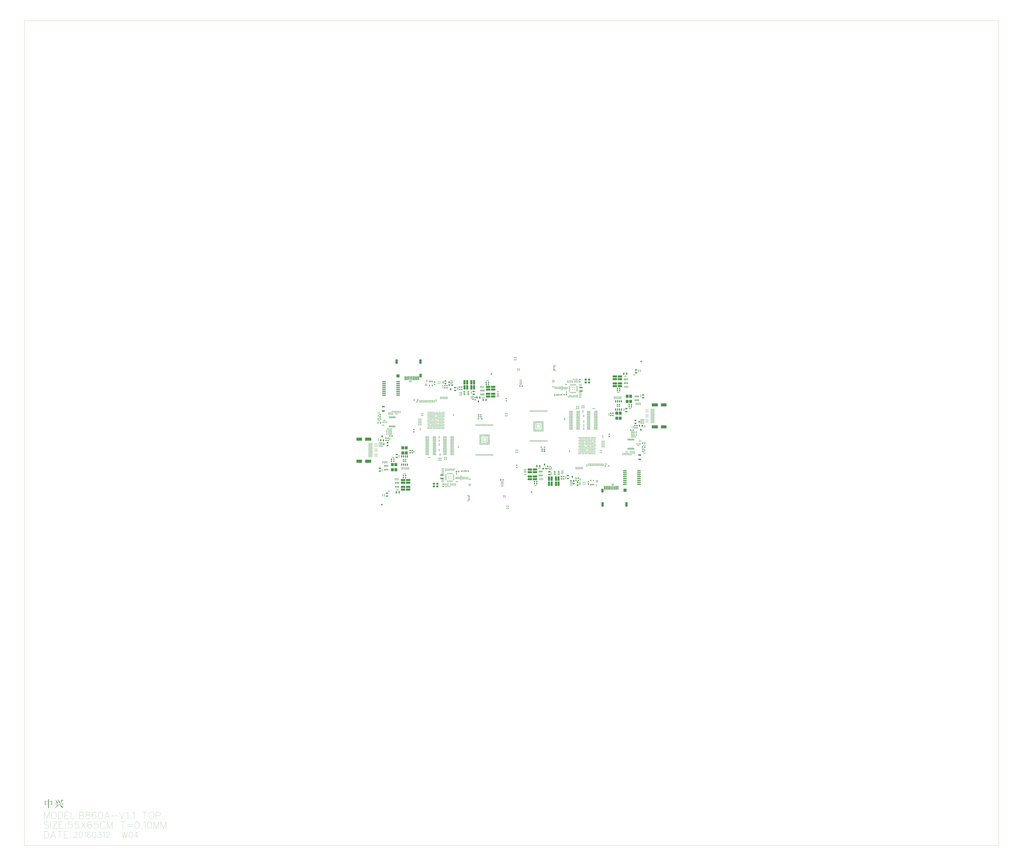
<source format=gbr>
G04 Generated by CircuitCAM Version 4.4*
%FSLAX33Y33*%
%MOMM*%
%ADD10C,0.050000*%
%ADD11C,0.100000*%
%ADD12C,0.000000*%
%ADD666R,0.525000X0.600000*%
%AMROUNDED667*21,1,0.750000,0.150000,0,0,0.0*
21,1,0.650000,0.250000,0,0,0.0*
1,1,0.100000,0.325000,0.075000*
1,1,0.100000,0.325000,-0.075000*
1,1,0.100000,-0.325000,-0.075000*
1,1,0.100000,-0.325000,0.075000*%
%ADD667ROUNDED667*%
%AMROUNDED665*21,1,0.750000,0.130000,0,0,0.0*
21,1,0.650000,0.230000,0,0,0.0*
1,1,0.100000,0.325000,0.065000*
1,1,0.100000,0.325000,-0.065000*
1,1,0.100000,-0.325000,-0.065000*
1,1,0.100000,-0.325000,0.065000*%
%ADD665ROUNDED665*%
%AMROUNDED668*21,1,0.250000,0.650000,0,0,0.0*
21,1,0.150000,0.750000,0,0,0.0*
1,1,0.100000,0.075000,0.325000*
1,1,0.100000,0.075000,-0.325000*
1,1,0.100000,-0.075000,-0.325000*
1,1,0.100000,-0.075000,0.325000*%
%ADD668ROUNDED668*%
%AMROUNDED669*21,1,0.230000,0.650000,0,0,0.0*
21,1,0.130000,0.750000,0,0,0.0*
1,1,0.100000,0.065000,0.325000*
1,1,0.100000,0.065000,-0.325000*
1,1,0.100000,-0.065000,-0.325000*
1,1,0.100000,-0.065000,0.325000*%
%ADD669ROUNDED669*%
%ADD662R,1.000000X0.600000*%
%ADD335R,0.799846X0.799846*%
%ADD308R,0.599948X0.799846*%
%ADD652R,0.500000X1.200000*%
%ADD653R,1.200000X0.500000*%
%ADD650O,0.650000X1.651000*%
%ADD651R,0.962000X0.662000*%
%ADD649R,0.550000X1.100000*%
%ADD309R,1.400048X1.199896*%
%ADD643R,0.848000X1.272000*%
%ADD644R,1.272000X0.848000*%
%ADD629R,0.475000X0.500000*%
%ADD630R,0.500000X0.475000*%
%ADD631R,0.505000X0.500000*%
%ADD632R,0.501000X0.500000*%
%AMROUNDED628*21,1,0.800000,0.180000,0,0,0.0*
21,1,0.700000,0.280000,0,0,0.0*
1,1,0.100000,0.350000,0.090000*
1,1,0.100000,0.350000,-0.090000*
1,1,0.100000,-0.350000,-0.090000*
1,1,0.100000,-0.350000,0.090000*%
%ADD628ROUNDED628*%
%AMROUNDED627*21,1,0.800000,0.140000,0,0,0.0*
21,1,0.700000,0.240000,0,0,0.0*
1,1,0.100000,0.350000,0.070000*
1,1,0.100000,0.350000,-0.070000*
1,1,0.100000,-0.350000,-0.070000*
1,1,0.100000,-0.350000,0.070000*%
%ADD627ROUNDED627*%
%ADD624R,2.399000X0.650000*%
%ADD622O,0.185000X0.899000*%
%ADD670O,0.899000X0.185000*%
%ADD623C,0.500000*%
%ADD616O,2.750020X0.220000*%
%ADD617R,4.047000X2.024000*%
%ADD618R,3.794000X2.024000*%
%ADD611R,1.609000X2.952000*%
%ADD612R,1.609000X2.414000*%
%ADD613R,2.146000X2.012000*%
%ADD614R,0.650000X2.600000*%
%ADD610R,1.975000X2.100000*%
%ADD608R,1.474000X2.990000*%
%ADD609R,2.990000X1.474000*%
%AMROUNDED607*21,1,0.290000,0.190000,0,0,0.0*
21,1,0.190000,0.290000,0,0,0.0*
1,1,0.100000,0.095000,0.095000*
1,1,0.100000,0.095000,-0.095000*
1,1,0.100000,-0.095000,-0.095000*
1,1,0.100000,-0.095000,0.095000*%
%ADD607ROUNDED607*%
%AMROUNDED606*21,1,0.380000,0.260000,0,0,0.0*
21,1,0.260000,0.380000,0,0,0.0*
1,1,0.120000,0.130000,0.130000*
1,1,0.120000,0.130000,-0.130000*
1,1,0.120000,-0.130000,-0.130000*
1,1,0.120000,-0.130000,0.130000*%
%ADD606ROUNDED606*%
%AMROUNDED605*21,1,0.480000,0.320000,0,0,0.0*
21,1,0.320000,0.480000,0,0,0.0*
1,1,0.160000,0.160000,0.160000*
1,1,0.160000,0.160000,-0.160000*
1,1,0.160000,-0.160000,-0.160000*
1,1,0.160000,-0.160000,0.160000*%
%ADD605ROUNDED605*%
%ADD603O,0.320000X1.401000*%
%ADD604O,0.230000X1.201000*%
%ADD671C,1.000000*%
%LNSolderPasteTop_Ready*%
%LPD*%
G36*
G01X-309133Y-245600D02*
X-310933Y-245600D01*
X-311349Y-245399D01*
X-311340Y-245554D01*
X-311333Y-245721D01*
X-311327Y-245901D01*
X-311322Y-246093D01*
X-311319Y-246299D01*
X-311317Y-246518D01*
X-311316Y-246750D01*
X-311316Y-246976D01*
X-311317Y-247178D01*
X-311319Y-247357D01*
X-311321Y-247511D01*
X-311325Y-247642D01*
X-311328Y-247750D01*
X-311333Y-247833D01*
X-311337Y-247899D01*
X-311342Y-247957D01*
X-311347Y-248004D01*
X-311352Y-248042D01*
X-311357Y-248071D01*
X-311361Y-248090D01*
X-311366Y-248100D01*
X-310949Y-247949D01*
X-310949Y-247616D01*
X-309133Y-247616D01*
X-309133Y-248156D01*
X-309135Y-248642D01*
X-309139Y-249074D01*
X-309144Y-249453D01*
X-309150Y-249778D01*
X-309157Y-250049D01*
X-309166Y-250266D01*
X-308749Y-250116D01*
X-308754Y-249943D01*
X-308758Y-249708D01*
X-308761Y-249412D01*
X-308763Y-249055D01*
X-308765Y-248637D01*
X-308766Y-248157D01*
X-308766Y-247616D01*
X-306899Y-247616D01*
X-306899Y-248100D01*
X-306499Y-247949D01*
X-306508Y-247860D01*
X-306516Y-247771D01*
X-306522Y-247684D01*
X-306527Y-247598D01*
X-306530Y-247514D01*
X-306532Y-247431D01*
X-306533Y-247350D01*
X-306533Y-245866D01*
X-306316Y-245683D01*
X-306733Y-245349D01*
X-306949Y-245600D01*
X-308766Y-245600D01*
X-308766Y-244566D01*
X-308583Y-244383D01*
X-309166Y-244116D01*
X-309157Y-244277D01*
X-309150Y-244455D01*
X-309144Y-244650D01*
X-309139Y-244862D01*
X-309135Y-245091D01*
X-309133Y-245337D01*
X-309133Y-245600D01*
G37*
%LPC*%
G36*
G01X-306899Y-245733D02*
X-308766Y-245733D01*
X-308766Y-247483D01*
X-306899Y-247483D01*
X-306899Y-245733D01*
G37*
G36*
G01X-309133Y-245733D02*
X-310949Y-245733D01*
X-310949Y-247483D01*
X-309133Y-247483D01*
X-309133Y-245733D01*
G37*
%LPD*%
G54D10*
X-311812Y-252742D02*
X-311812Y-257242D01*
X-311812Y-252742D02*
X-310097Y-257242D01*
X-308383Y-252742D02*
X-310097Y-257242D01*
X-308383Y-252742D02*
X-308383Y-257242D01*
X-305812Y-252742D02*
X-306240Y-252957D01*
X-306669Y-253385D01*
X-306883Y-253814D01*
X-307097Y-254457D01*
X-307097Y-255528D01*
X-306883Y-256171D01*
X-306669Y-256600D01*
X-306240Y-257028D01*
X-305812Y-257242D01*
X-304954Y-257242D01*
X-304526Y-257028D01*
X-304097Y-256600D01*
X-303883Y-256171D01*
X-303669Y-255528D01*
X-303669Y-254457D01*
X-303883Y-253814D01*
X-304097Y-253385D01*
X-304526Y-252957D01*
X-304954Y-252742D01*
X-305812Y-252742D01*
X-302383Y-252742D02*
X-302383Y-257242D01*
X-302383Y-252742D02*
X-300883Y-252742D01*
X-300240Y-252957D01*
X-299812Y-253385D01*
X-299597Y-253814D01*
X-299383Y-254457D01*
X-299383Y-255528D01*
X-299597Y-256171D01*
X-299812Y-256600D01*
X-300240Y-257028D01*
X-300883Y-257242D01*
X-302383Y-257242D01*
X-298097Y-252742D02*
X-298097Y-257242D01*
X-298097Y-252742D02*
X-295312Y-252742D01*
X-298097Y-254885D02*
X-296383Y-254885D01*
X-298097Y-257242D02*
X-295312Y-257242D01*
X-294026Y-252742D02*
X-294026Y-257242D01*
X-294026Y-257242D02*
X-291454Y-257242D01*
X-289954Y-254242D02*
X-290169Y-254457D01*
X-289954Y-254671D01*
X-289740Y-254457D01*
X-289954Y-254242D01*
X-289954Y-256814D02*
X-290169Y-257028D01*
X-289954Y-257242D01*
X-289740Y-257028D01*
X-289954Y-256814D01*
X-288454Y-252742D02*
X-288454Y-257242D01*
X-288454Y-252742D02*
X-286526Y-252742D01*
X-285883Y-252957D01*
X-285669Y-253171D01*
X-285454Y-253600D01*
X-285454Y-254028D01*
X-285669Y-254457D01*
X-285883Y-254671D01*
X-286526Y-254885D01*
X-288454Y-254885D02*
X-286526Y-254885D01*
X-285883Y-255100D01*
X-285669Y-255314D01*
X-285454Y-255742D01*
X-285454Y-256385D01*
X-285669Y-256814D01*
X-285883Y-257028D01*
X-286526Y-257242D01*
X-288454Y-257242D01*
X-283097Y-252742D02*
X-283740Y-252957D01*
X-283954Y-253385D01*
X-283954Y-253814D01*
X-283740Y-254242D01*
X-283312Y-254457D01*
X-282454Y-254671D01*
X-281812Y-254885D01*
X-281383Y-255314D01*
X-281169Y-255742D01*
X-281169Y-256385D01*
X-281383Y-256814D01*
X-281597Y-257028D01*
X-282240Y-257242D01*
X-283097Y-257242D01*
X-283740Y-257028D01*
X-283954Y-256814D01*
X-284169Y-256385D01*
X-284169Y-255742D01*
X-283954Y-255314D01*
X-283526Y-254885D01*
X-282883Y-254671D01*
X-282026Y-254457D01*
X-281597Y-254242D01*
X-281383Y-253814D01*
X-281383Y-253385D01*
X-281597Y-252957D01*
X-282240Y-252742D01*
X-283097Y-252742D01*
X-277312Y-253385D02*
X-277526Y-252957D01*
X-278169Y-252742D01*
X-278597Y-252742D01*
X-279240Y-252957D01*
X-279669Y-253600D01*
X-279883Y-254671D01*
X-279883Y-255742D01*
X-279669Y-256600D01*
X-279240Y-257028D01*
X-278597Y-257242D01*
X-278383Y-257242D01*
X-277740Y-257028D01*
X-277312Y-256600D01*
X-277097Y-255957D01*
X-277097Y-255742D01*
X-277312Y-255100D01*
X-277740Y-254671D01*
X-278383Y-254457D01*
X-278597Y-254457D01*
X-279240Y-254671D01*
X-279669Y-255100D01*
X-279883Y-255742D01*
X-274526Y-252742D02*
X-275169Y-252957D01*
X-275597Y-253600D01*
X-275812Y-254671D01*
X-275812Y-255314D01*
X-275597Y-256385D01*
X-275169Y-257028D01*
X-274526Y-257242D01*
X-274097Y-257242D01*
X-273454Y-257028D01*
X-273026Y-256385D01*
X-272812Y-255314D01*
X-272812Y-254671D01*
X-273026Y-253600D01*
X-273454Y-252957D01*
X-274097Y-252742D01*
X-274526Y-252742D01*
X-269812Y-252742D02*
X-271526Y-257242D01*
X-269812Y-252742D02*
X-268097Y-257242D01*
X-270883Y-255742D02*
X-268740Y-255742D01*
X-266812Y-255314D02*
X-262954Y-255314D01*
X-261669Y-252742D02*
X-259954Y-257242D01*
X-258240Y-252742D02*
X-259954Y-257242D01*
X-256954Y-253600D02*
X-256526Y-253385D01*
X-255883Y-252742D01*
X-255883Y-257242D01*
X-254383Y-256814D02*
X-254597Y-257028D01*
X-254383Y-257242D01*
X-254169Y-257028D01*
X-254383Y-256814D01*
X-252883Y-253600D02*
X-252454Y-253385D01*
X-251812Y-252742D01*
X-251812Y-257242D01*
X-244740Y-252742D02*
X-244740Y-257242D01*
X-246240Y-252742D02*
X-243240Y-252742D01*
X-240669Y-252742D02*
X-241097Y-252957D01*
X-241526Y-253385D01*
X-241740Y-253814D01*
X-241954Y-254457D01*
X-241954Y-255528D01*
X-241740Y-256171D01*
X-241526Y-256600D01*
X-241097Y-257028D01*
X-240669Y-257242D01*
X-239812Y-257242D01*
X-239383Y-257028D01*
X-238954Y-256600D01*
X-238740Y-256171D01*
X-238526Y-255528D01*
X-238526Y-254457D01*
X-238740Y-253814D01*
X-238954Y-253385D01*
X-239383Y-252957D01*
X-239812Y-252742D01*
X-240669Y-252742D01*
X-237240Y-252742D02*
X-237240Y-257242D01*
X-237240Y-252742D02*
X-235312Y-252742D01*
X-234669Y-252957D01*
X-234454Y-253171D01*
X-234240Y-253600D01*
X-234240Y-254242D01*
X-234454Y-254671D01*
X-234669Y-254885D01*
X-235312Y-255100D01*
X-237240Y-255100D01*
X-308812Y-259814D02*
X-309240Y-259385D01*
X-309883Y-259171D01*
X-310740Y-259171D01*
X-311383Y-259385D01*
X-311812Y-259814D01*
X-311812Y-260242D01*
X-311597Y-260671D01*
X-311383Y-260885D01*
X-310954Y-261100D01*
X-309669Y-261528D01*
X-309240Y-261742D01*
X-309026Y-261957D01*
X-308812Y-262385D01*
X-308812Y-263028D01*
X-309240Y-263457D01*
X-309883Y-263671D01*
X-310740Y-263671D01*
X-311383Y-263457D01*
X-311812Y-263028D01*
X-307526Y-259171D02*
X-307526Y-263671D01*
X-303240Y-259171D02*
X-306240Y-263671D01*
X-306240Y-259171D02*
X-303240Y-259171D01*
X-306240Y-263671D02*
X-303240Y-263671D01*
X-301954Y-259171D02*
X-301954Y-263671D01*
X-301954Y-259171D02*
X-299169Y-259171D01*
X-301954Y-261314D02*
X-300240Y-261314D01*
X-301954Y-263671D02*
X-299169Y-263671D01*
X-297669Y-260671D02*
X-297883Y-260885D01*
X-297669Y-261100D01*
X-297454Y-260885D01*
X-297669Y-260671D01*
X-297669Y-263242D02*
X-297883Y-263457D01*
X-297669Y-263671D01*
X-297454Y-263457D01*
X-297669Y-263242D01*
X-293383Y-259171D02*
X-295526Y-259171D01*
X-295740Y-261100D01*
X-295526Y-260885D01*
X-294883Y-260671D01*
X-294240Y-260671D01*
X-293597Y-260885D01*
X-293169Y-261314D01*
X-292954Y-261957D01*
X-292954Y-262385D01*
X-293383Y-263028D01*
X-293812Y-263457D01*
X-294454Y-263671D01*
X-295097Y-263671D01*
X-295740Y-263457D01*
X-295954Y-263242D01*
X-296169Y-262814D01*
X-288883Y-259171D02*
X-291026Y-259171D01*
X-291240Y-261100D01*
X-291026Y-260885D01*
X-290383Y-260671D01*
X-289740Y-260671D01*
X-289097Y-260885D01*
X-288669Y-261314D01*
X-288454Y-261957D01*
X-288454Y-262385D01*
X-288883Y-263028D01*
X-289312Y-263457D01*
X-289954Y-263671D01*
X-290597Y-263671D01*
X-291240Y-263457D01*
X-291454Y-263242D01*
X-291669Y-262814D01*
X-287169Y-259171D02*
X-284169Y-263671D01*
X-284169Y-259171D02*
X-287169Y-263671D01*
X-280312Y-259814D02*
X-280526Y-259385D01*
X-281169Y-259171D01*
X-281597Y-259171D01*
X-282240Y-259385D01*
X-282669Y-260028D01*
X-282883Y-261100D01*
X-282883Y-262171D01*
X-282669Y-263028D01*
X-282240Y-263457D01*
X-281597Y-263671D01*
X-281383Y-263671D01*
X-280740Y-263457D01*
X-280312Y-263028D01*
X-280097Y-262385D01*
X-280097Y-262171D01*
X-280312Y-261528D01*
X-280740Y-261100D01*
X-281383Y-260885D01*
X-281597Y-260885D01*
X-282240Y-261100D01*
X-282669Y-261528D01*
X-282883Y-262171D01*
X-276026Y-259171D02*
X-278169Y-259171D01*
X-278383Y-261100D01*
X-278169Y-260885D01*
X-277526Y-260671D01*
X-276883Y-260671D01*
X-276240Y-260885D01*
X-275812Y-261314D01*
X-275597Y-261957D01*
X-275597Y-262385D01*
X-276026Y-263028D01*
X-276454Y-263457D01*
X-277097Y-263671D01*
X-277740Y-263671D01*
X-278383Y-263457D01*
X-278597Y-263242D01*
X-278812Y-262814D01*
X-271097Y-260242D02*
X-271312Y-259814D01*
X-271740Y-259385D01*
X-272169Y-259171D01*
X-273026Y-259171D01*
X-273454Y-259385D01*
X-273883Y-259814D01*
X-274097Y-260242D01*
X-274312Y-260885D01*
X-274312Y-261957D01*
X-274097Y-262600D01*
X-273883Y-263028D01*
X-273454Y-263457D01*
X-273026Y-263671D01*
X-272169Y-263671D01*
X-271740Y-263457D01*
X-271312Y-263028D01*
X-271097Y-262600D01*
X-269812Y-259171D02*
X-269812Y-263671D01*
X-269812Y-259171D02*
X-268097Y-263671D01*
X-266383Y-259171D02*
X-268097Y-263671D01*
X-266383Y-259171D02*
X-266383Y-263671D01*
X-259312Y-259171D02*
X-259312Y-263671D01*
X-260812Y-259171D02*
X-257812Y-259171D01*
X-256526Y-261100D02*
X-252669Y-261100D01*
X-256526Y-262385D02*
X-252669Y-262385D01*
X-250097Y-259171D02*
X-250740Y-259385D01*
X-251169Y-260028D01*
X-251383Y-261100D01*
X-251383Y-261742D01*
X-251169Y-262814D01*
X-250740Y-263457D01*
X-250097Y-263671D01*
X-249669Y-263671D01*
X-249026Y-263457D01*
X-248597Y-262814D01*
X-248383Y-261742D01*
X-248383Y-261100D01*
X-248597Y-260028D01*
X-249026Y-259385D01*
X-249669Y-259171D01*
X-250097Y-259171D01*
X-246883Y-263242D02*
X-247097Y-263457D01*
X-246883Y-263671D01*
X-246669Y-263457D01*
X-246883Y-263242D01*
X-245383Y-260028D02*
X-244954Y-259814D01*
X-244312Y-259171D01*
X-244312Y-263671D01*
X-241740Y-259171D02*
X-242383Y-259385D01*
X-242812Y-260028D01*
X-243026Y-261100D01*
X-243026Y-261742D01*
X-242812Y-262814D01*
X-242383Y-263457D01*
X-241740Y-263671D01*
X-241312Y-263671D01*
X-240669Y-263457D01*
X-240240Y-262814D01*
X-240026Y-261742D01*
X-240026Y-261100D01*
X-240240Y-260028D01*
X-240669Y-259385D01*
X-241312Y-259171D01*
X-241740Y-259171D01*
X-238740Y-259171D02*
X-238740Y-263671D01*
X-238740Y-259171D02*
X-237026Y-263671D01*
X-235312Y-259171D02*
X-237026Y-263671D01*
X-235312Y-259171D02*
X-235312Y-263671D01*
X-234026Y-259171D02*
X-234026Y-263671D01*
X-234026Y-259171D02*
X-232312Y-263671D01*
X-230597Y-259171D02*
X-232312Y-263671D01*
X-230597Y-259171D02*
X-230597Y-263671D01*
X-311812Y-265600D02*
X-311812Y-270100D01*
X-311812Y-265600D02*
X-310312Y-265600D01*
X-309669Y-265814D01*
X-309240Y-266242D01*
X-309026Y-266671D01*
X-308812Y-267314D01*
X-308812Y-268385D01*
X-309026Y-269028D01*
X-309240Y-269457D01*
X-309669Y-269885D01*
X-310312Y-270100D01*
X-311812Y-270100D01*
X-305812Y-265600D02*
X-307526Y-270100D01*
X-305812Y-265600D02*
X-304097Y-270100D01*
X-306883Y-268600D02*
X-304740Y-268600D01*
X-301312Y-265600D02*
X-301312Y-270100D01*
X-302812Y-265600D02*
X-299812Y-265600D01*
X-298526Y-265600D02*
X-298526Y-270100D01*
X-298526Y-265600D02*
X-295740Y-265600D01*
X-298526Y-267742D02*
X-296812Y-267742D01*
X-298526Y-270100D02*
X-295740Y-270100D01*
X-294240Y-267100D02*
X-294454Y-267314D01*
X-294240Y-267528D01*
X-294026Y-267314D01*
X-294240Y-267100D01*
X-294240Y-269671D02*
X-294454Y-269885D01*
X-294240Y-270100D01*
X-294026Y-269885D01*
X-294240Y-269671D01*
G36*
G01X-304249Y-244750D02*
X-304165Y-244885D01*
X-304083Y-245026D01*
X-304004Y-245171D01*
X-303928Y-245321D01*
X-303855Y-245476D01*
X-303784Y-245635D01*
X-303716Y-245799D01*
X-303648Y-245964D01*
X-303585Y-246123D01*
X-303529Y-246278D01*
X-303479Y-246428D01*
X-303435Y-246573D01*
X-303398Y-246714D01*
X-303366Y-246849D01*
X-303340Y-246963D01*
X-303308Y-247048D01*
X-303270Y-247104D01*
X-303227Y-247130D01*
X-303179Y-247127D01*
X-303125Y-247094D01*
X-303066Y-247033D01*
X-303006Y-246949D01*
X-302959Y-246859D01*
X-302924Y-246762D01*
X-302903Y-246660D01*
X-302894Y-246552D01*
X-302899Y-246437D01*
X-302916Y-246316D01*
X-302962Y-246180D01*
X-303052Y-246011D01*
X-303186Y-245809D01*
X-303365Y-245573D01*
X-303588Y-245304D01*
X-303855Y-245002D01*
X-304166Y-244666D01*
X-304249Y-244750D01*
G37*
G36*
G01X-302733Y-247816D02*
X-302799Y-247925D01*
X-302876Y-248041D01*
X-302961Y-248164D01*
X-303057Y-248295D01*
X-303161Y-248434D01*
X-303276Y-248579D01*
X-303399Y-248733D01*
X-303538Y-248894D01*
X-303696Y-249063D01*
X-303874Y-249241D01*
X-304071Y-249427D01*
X-304289Y-249621D01*
X-304526Y-249823D01*
X-304783Y-250033D01*
X-304733Y-250133D01*
X-304425Y-249945D01*
X-304141Y-249763D01*
X-303880Y-249586D01*
X-303642Y-249414D01*
X-303427Y-249248D01*
X-303235Y-249088D01*
X-303066Y-248933D01*
X-302918Y-248794D01*
X-302779Y-248672D01*
X-302649Y-248567D01*
X-302527Y-248478D01*
X-302415Y-248407D01*
X-302311Y-248353D01*
X-302216Y-248316D01*
X-302733Y-247816D01*
G37*
G36*
G01X-302783Y-244416D02*
X-302573Y-244808D01*
X-302391Y-245164D01*
X-302237Y-245486D01*
X-302111Y-245771D01*
X-302012Y-246022D01*
X-301942Y-246237D01*
X-301899Y-246416D01*
X-301868Y-246561D01*
X-301830Y-246673D01*
X-301786Y-246752D01*
X-301736Y-246797D01*
X-301680Y-246809D01*
X-301618Y-246788D01*
X-301549Y-246733D01*
X-301485Y-246662D01*
X-301434Y-246585D01*
X-301396Y-246499D01*
X-301372Y-246406D01*
X-301362Y-246306D01*
X-301366Y-246198D01*
X-301383Y-246083D01*
X-301426Y-245945D01*
X-301517Y-245770D01*
X-301657Y-245557D01*
X-301845Y-245307D01*
X-302082Y-245020D01*
X-302366Y-244695D01*
X-302699Y-244333D01*
X-302783Y-244416D01*
G37*
G36*
G01X-301516Y-248050D02*
X-301162Y-248373D01*
X-300852Y-248669D01*
X-300586Y-248935D01*
X-300365Y-249173D01*
X-300188Y-249383D01*
X-300055Y-249564D01*
X-299966Y-249716D01*
X-299896Y-249836D01*
X-299830Y-249927D01*
X-299767Y-249991D01*
X-299708Y-250026D01*
X-299651Y-250034D01*
X-299599Y-250014D01*
X-299549Y-249966D01*
X-299502Y-249901D01*
X-299466Y-249829D01*
X-299441Y-249750D01*
X-299427Y-249664D01*
X-299423Y-249572D01*
X-299431Y-249472D01*
X-299449Y-249366D01*
X-299511Y-249247D01*
X-299647Y-249101D01*
X-299858Y-248926D01*
X-300143Y-248724D01*
X-300504Y-248494D01*
X-300939Y-248236D01*
X-301449Y-247949D01*
X-301516Y-248050D01*
G37*
G36*
G01X-301249Y-247450D02*
X-304816Y-247450D01*
X-304616Y-247666D01*
X-304544Y-247644D01*
X-304470Y-247625D01*
X-304396Y-247610D01*
X-304319Y-247598D01*
X-304242Y-247590D01*
X-304163Y-247585D01*
X-304083Y-247583D01*
X-298883Y-247583D01*
X-299366Y-247033D01*
X-299783Y-247450D01*
X-301066Y-247450D01*
X-300859Y-247088D01*
X-300666Y-246757D01*
X-300487Y-246456D01*
X-300323Y-246184D01*
X-300173Y-245943D01*
X-300037Y-245731D01*
X-299916Y-245550D01*
X-299809Y-245388D01*
X-299706Y-245246D01*
X-299609Y-245124D01*
X-299516Y-245022D01*
X-299428Y-244939D01*
X-299345Y-244876D01*
X-299266Y-244833D01*
X-299999Y-244349D01*
X-300053Y-244564D01*
X-300110Y-244770D01*
X-300169Y-244967D01*
X-300231Y-245155D01*
X-300295Y-245334D01*
X-300363Y-245505D01*
X-300433Y-245666D01*
X-300511Y-245841D01*
X-300601Y-246043D01*
X-300705Y-246271D01*
X-300822Y-246526D01*
X-300951Y-246807D01*
X-301094Y-247115D01*
X-301249Y-247450D01*
G37*
G54D11*
X-292049Y-266967D02*
X-292049Y-266789D01*
X-291870Y-266432D01*
X-291692Y-266253D01*
X-291335Y-266074D01*
X-290620Y-266074D01*
X-290263Y-266253D01*
X-290085Y-266432D01*
X-289906Y-266789D01*
X-289906Y-267146D01*
X-290085Y-267503D01*
X-290442Y-268039D01*
X-292228Y-269824D01*
X-289728Y-269824D01*
X-287585Y-266074D02*
X-288120Y-266253D01*
X-288478Y-266789D01*
X-288656Y-267682D01*
X-288656Y-268217D01*
X-288478Y-269110D01*
X-288120Y-269646D01*
X-287585Y-269824D01*
X-287228Y-269824D01*
X-286692Y-269646D01*
X-286335Y-269110D01*
X-286156Y-268217D01*
X-286156Y-267682D01*
X-286335Y-266789D01*
X-286692Y-266253D01*
X-287228Y-266074D01*
X-287585Y-266074D01*
X-285085Y-266789D02*
X-284728Y-266610D01*
X-284192Y-266074D01*
X-284192Y-269824D01*
X-280978Y-266610D02*
X-281156Y-266253D01*
X-281692Y-266074D01*
X-282049Y-266074D01*
X-282585Y-266253D01*
X-282942Y-266789D01*
X-283120Y-267682D01*
X-283120Y-268574D01*
X-282942Y-269289D01*
X-282585Y-269646D01*
X-282049Y-269824D01*
X-281870Y-269824D01*
X-281335Y-269646D01*
X-280978Y-269289D01*
X-280799Y-268753D01*
X-280799Y-268574D01*
X-280978Y-268039D01*
X-281335Y-267682D01*
X-281870Y-267503D01*
X-282049Y-267503D01*
X-282585Y-267682D01*
X-282942Y-268039D01*
X-283120Y-268574D01*
X-278656Y-266074D02*
X-279192Y-266253D01*
X-279549Y-266789D01*
X-279728Y-267682D01*
X-279728Y-268217D01*
X-279549Y-269110D01*
X-279192Y-269646D01*
X-278656Y-269824D01*
X-278299Y-269824D01*
X-277763Y-269646D01*
X-277406Y-269110D01*
X-277228Y-268217D01*
X-277228Y-267682D01*
X-277406Y-266789D01*
X-277763Y-266253D01*
X-278299Y-266074D01*
X-278656Y-266074D01*
X-275799Y-266074D02*
X-273835Y-266074D01*
X-274906Y-267503D01*
X-274370Y-267503D01*
X-274013Y-267682D01*
X-273835Y-267860D01*
X-273656Y-268396D01*
X-273656Y-268753D01*
X-273835Y-269289D01*
X-274192Y-269646D01*
X-274728Y-269824D01*
X-275263Y-269824D01*
X-275799Y-269646D01*
X-275978Y-269467D01*
X-276156Y-269110D01*
X-272585Y-266789D02*
X-272228Y-266610D01*
X-271692Y-266074D01*
X-271692Y-269824D01*
X-270442Y-266967D02*
X-270442Y-266789D01*
X-270263Y-266432D01*
X-270085Y-266253D01*
X-269728Y-266074D01*
X-269013Y-266074D01*
X-268656Y-266253D01*
X-268478Y-266432D01*
X-268299Y-266789D01*
X-268299Y-267146D01*
X-268478Y-267503D01*
X-268835Y-268039D01*
X-270620Y-269824D01*
X-268120Y-269824D01*
X-259906Y-266074D02*
X-259013Y-269824D01*
X-258120Y-266074D02*
X-259013Y-269824D01*
X-258120Y-266074D02*
X-257228Y-269824D01*
X-256335Y-266074D02*
X-257228Y-269824D01*
X-254192Y-266074D02*
X-254728Y-266253D01*
X-255085Y-266789D01*
X-255263Y-267682D01*
X-255263Y-268217D01*
X-255085Y-269110D01*
X-254728Y-269646D01*
X-254192Y-269824D01*
X-253835Y-269824D01*
X-253299Y-269646D01*
X-252942Y-269110D01*
X-252763Y-268217D01*
X-252763Y-267682D01*
X-252942Y-266789D01*
X-253299Y-266253D01*
X-253835Y-266074D01*
X-254192Y-266074D01*
X-249906Y-266074D02*
X-251692Y-268574D01*
X-249013Y-268574D01*
X-249906Y-266074D02*
X-249906Y-269824D01*
G54D12*
X-325000Y275000D02*
X325000Y275000D01*
X325000Y-275000D01*
X-325000Y-275000D01*
X-325000Y275000D01*
G54D666*
X-88109Y8202D03*
X-88984Y8202D03*
G36*
G01X-84734Y18112D02*
X-86384Y18112D01*
X-86384Y17062D01*
X-85834Y17062D01*
X-85834Y17162D01*
G75*
G02X-85584Y17412I250J0D01*
G74*
G01*
X-85534Y17412D01*
G75*
G02X-85284Y17162I0J-250D01*
G74*
G01*
X-85284Y17062D01*
X-84734Y17062D01*
X-84734Y18112D01*
G37*
G36*
G01X-84734Y15262D02*
X-85284Y15262D01*
X-85284Y15162D01*
G75*
G02X-85534Y14912I-250J0D01*
G74*
G01*
X-85584Y14912D01*
G75*
G02X-85834Y15162I0J250D01*
G74*
G01*
X-85834Y15262D01*
X-86384Y15262D01*
X-86384Y14212D01*
X-84734Y14212D01*
X-84734Y15262D01*
G37*
G54D667*
X-91014Y-8095D03*
X-89864Y-8095D03*
G54D665*
X-89864Y-7095D03*
X-91014Y-7095D03*
X-91014Y-7595D03*
X-89864Y-8595D03*
X-91014Y-8595D03*
X-91014Y-9095D03*
X-89864Y-9095D03*
X-89864Y-7595D03*
G54D667*
X-90983Y-14876D03*
X-89833Y-14876D03*
G54D665*
X-89833Y-13876D03*
X-90983Y-13876D03*
X-90983Y-14376D03*
X-89833Y-15376D03*
X-90983Y-15376D03*
X-90983Y-15876D03*
X-89833Y-15876D03*
X-89833Y-14376D03*
G54D667*
X-90983Y-11447D03*
X-89833Y-11447D03*
G54D665*
X-89833Y-10447D03*
X-90983Y-10447D03*
X-90983Y-10947D03*
X-89833Y-11947D03*
X-90983Y-11947D03*
X-90983Y-12447D03*
X-89833Y-12447D03*
X-89833Y-10947D03*
G54D668*
X-48427Y33009D03*
X-48427Y34159D03*
G54D669*
X-49427Y34159D03*
X-49427Y33009D03*
X-48927Y33009D03*
X-47927Y34159D03*
X-47927Y33009D03*
X-47427Y33009D03*
X-47427Y34159D03*
X-48927Y34159D03*
G54D662*
X-62641Y22004D03*
X-64841Y22004D03*
X-19863Y9474D03*
X-22063Y9474D03*
G54D335*
X-3500Y22955D03*
X-3500Y21455D03*
G54D308*
X-4000Y12855D03*
X-3000Y12855D03*
X-3000Y11455D03*
X-4000Y11455D03*
X-3000Y-48845D03*
X-2000Y-48845D03*
X-2000Y-50245D03*
X-3000Y-50245D03*
G36*
G01X-36882Y30720D02*
X-38332Y30720D01*
X-38332Y29870D01*
X-37849Y29870D01*
X-37849Y29953D01*
G75*
G02X-37649Y30153I200J0D01*
G74*
G01*
X-37565Y30153D01*
G75*
G02X-37365Y29953I0J-200D01*
G74*
G01*
X-37365Y29870D01*
X-36882Y29870D01*
X-36882Y30720D01*
G37*
G36*
G01X-24543Y28177D02*
X-25993Y28177D01*
X-25993Y27327D01*
X-25510Y27327D01*
X-25510Y27410D01*
G75*
G02X-25310Y27610I200J0D01*
G74*
G01*
X-25226Y27610D01*
G75*
G02X-25026Y27410I0J-200D01*
G74*
G01*
X-25026Y27327D01*
X-24543Y27327D01*
X-24543Y28177D01*
G37*
G36*
G01X-75787Y-13931D02*
X-77237Y-13931D01*
X-77237Y-14781D01*
X-76754Y-14781D01*
X-76754Y-14698D01*
G75*
G02X-76554Y-14498I200J0D01*
G74*
G01*
X-76470Y-14498D01*
G75*
G02X-76270Y-14698I0J-200D01*
G74*
G01*
X-76270Y-14781D01*
X-75787Y-14781D01*
X-75787Y-13931D01*
G37*
G36*
G01X-87067Y-23108D02*
X-88517Y-23108D01*
X-88517Y-23958D01*
X-88034Y-23958D01*
X-88034Y-23875D01*
G75*
G02X-87834Y-23675I200J0D01*
G74*
G01*
X-87750Y-23675D01*
G75*
G02X-87550Y-23875I0J-200D01*
G74*
G01*
X-87550Y-23958D01*
X-87067Y-23958D01*
X-87067Y-23108D01*
G37*
G36*
G01X-82348Y-39765D02*
X-83798Y-39765D01*
X-83798Y-40615D01*
X-83315Y-40615D01*
X-83315Y-40532D01*
G75*
G02X-83115Y-40332I200J0D01*
G74*
G01*
X-83031Y-40332D01*
G75*
G02X-82831Y-40532I0J-200D01*
G74*
G01*
X-82831Y-40615D01*
X-82348Y-40615D01*
X-82348Y-39765D01*
G37*
G36*
G01X-36882Y28870D02*
X-37365Y28870D01*
X-37365Y28787D01*
G75*
G02X-37565Y28587I-200J0D01*
G74*
G01*
X-37649Y28587D01*
G75*
G02X-37849Y28787I0J200D01*
G74*
G01*
X-37849Y28870D01*
X-38332Y28870D01*
X-38332Y28020D01*
X-36882Y28020D01*
X-36882Y28870D01*
G37*
G36*
G01X-24543Y26327D02*
X-25026Y26327D01*
X-25026Y26244D01*
G75*
G02X-25226Y26044I-200J0D01*
G74*
G01*
X-25310Y26044D01*
G75*
G02X-25510Y26244I0J200D01*
G74*
G01*
X-25510Y26327D01*
X-25993Y26327D01*
X-25993Y25477D01*
X-24543Y25477D01*
X-24543Y26327D01*
G37*
G36*
G01X-75787Y-15781D02*
X-76270Y-15781D01*
X-76270Y-15864D01*
G75*
G02X-76470Y-16064I-200J0D01*
G74*
G01*
X-76554Y-16064D01*
G75*
G02X-76754Y-15864I0J200D01*
G74*
G01*
X-76754Y-15781D01*
X-77237Y-15781D01*
X-77237Y-16631D01*
X-75787Y-16631D01*
X-75787Y-15781D01*
G37*
G36*
G01X-87067Y-24958D02*
X-87550Y-24958D01*
X-87550Y-25041D01*
G75*
G02X-87750Y-25241I-200J0D01*
G74*
G01*
X-87834Y-25241D01*
G75*
G02X-88034Y-25041I0J200D01*
G74*
G01*
X-88034Y-24958D01*
X-88517Y-24958D01*
X-88517Y-25808D01*
X-87067Y-25808D01*
X-87067Y-24958D01*
G37*
G36*
G01X-82348Y-41615D02*
X-82831Y-41615D01*
X-82831Y-41698D01*
G75*
G02X-83031Y-41898I-200J0D01*
G74*
G01*
X-83115Y-41898D01*
G75*
G02X-83315Y-41698I0J200D01*
G74*
G01*
X-83315Y-41615D01*
X-83798Y-41615D01*
X-83798Y-42465D01*
X-82348Y-42465D01*
X-82348Y-41615D01*
G37*
G36*
G01X-16574Y22853D02*
X-17424Y22853D01*
X-17424Y22370D01*
X-17341Y22370D01*
G75*
G02X-17141Y22170I0J-200D01*
G74*
G01*
X-17141Y22086D01*
G75*
G02X-17341Y21886I-200J0D01*
G74*
G01*
X-17424Y21886D01*
X-17424Y21403D01*
X-16574Y21403D01*
X-16574Y22853D01*
G37*
G36*
G01X-74557Y-38818D02*
X-75407Y-38818D01*
X-75407Y-39301D01*
X-75324Y-39301D01*
G75*
G02X-75124Y-39501I0J-200D01*
G74*
G01*
X-75124Y-39585D01*
G75*
G02X-75324Y-39785I-200J0D01*
G74*
G01*
X-75407Y-39785D01*
X-75407Y-40268D01*
X-74557Y-40268D01*
X-74557Y-38818D01*
G37*
G36*
G01X-18424Y22853D02*
X-19274Y22853D01*
X-19274Y21403D01*
X-18424Y21403D01*
X-18424Y21886D01*
X-18507Y21886D01*
G75*
G02X-18707Y22086I0J200D01*
G74*
G01*
X-18707Y22170D01*
G75*
G02X-18507Y22370I200J0D01*
G74*
G01*
X-18424Y22370D01*
X-18424Y22853D01*
G37*
G36*
G01X-76407Y-38818D02*
X-77257Y-38818D01*
X-77257Y-40268D01*
X-76407Y-40268D01*
X-76407Y-39785D01*
X-76490Y-39785D01*
G75*
G02X-76690Y-39585I0J200D01*
G74*
G01*
X-76690Y-39501D01*
G75*
G02X-76490Y-39301I200J0D01*
G74*
G01*
X-76407Y-39301D01*
X-76407Y-38818D01*
G37*
G36*
G01X-45300Y-27539D02*
X-47400Y-27539D01*
X-47400Y-28539D01*
X-46700Y-28539D01*
X-46700Y-28456D01*
G75*
G02X-46450Y-28206I250J0D01*
G74*
G01*
X-46250Y-28206D01*
G75*
G02X-46000Y-28456I0J-250D01*
G74*
G01*
X-46000Y-28539D01*
X-45300Y-28539D01*
X-45300Y-27539D01*
G37*
G36*
G01X-45300Y-29739D02*
X-46000Y-29739D01*
X-46000Y-29822D01*
G75*
G02X-46250Y-30072I-250J0D01*
G74*
G01*
X-46450Y-30072D01*
G75*
G02X-46700Y-29822I0J250D01*
G74*
G01*
X-46700Y-29739D01*
X-47400Y-29739D01*
X-47400Y-30739D01*
X-45300Y-30739D01*
X-45300Y-29739D01*
G37*
G54D652*
X-18493Y28330D03*
X-19443Y28330D03*
X-20393Y28330D03*
X-18493Y25730D03*
X-19443Y25730D03*
X-20393Y25730D03*
X-82618Y-21850D03*
X-83568Y-21850D03*
X-84518Y-21850D03*
X-82618Y-24450D03*
X-83568Y-24450D03*
X-84518Y-24450D03*
X-75333Y-33214D03*
X-75333Y-35814D03*
X-76283Y-35814D03*
X-77233Y-35814D03*
X-76283Y-33214D03*
X-77233Y-33214D03*
G54D653*
X-28869Y27528D03*
X-31469Y27528D03*
X-28869Y26578D03*
X-31469Y26578D03*
X-28869Y25628D03*
X-31469Y25628D03*
G54D650*
X-69442Y-15642D03*
X-70712Y-15642D03*
X-71982Y-15642D03*
X-73252Y-15642D03*
X-69442Y-21092D03*
X-70712Y-21092D03*
X-71982Y-21092D03*
X-73252Y-21092D03*
G54D651*
X-70665Y-17835D03*
X-72028Y-17835D03*
X-70665Y-18898D03*
X-72028Y-18898D03*
G54D649*
X-52849Y34426D03*
X-53799Y34426D03*
X-54748Y34426D03*
X-52849Y31725D03*
X-54748Y31725D03*
G54D309*
X-51765Y-35584D03*
X-51765Y-33784D03*
X-49465Y-35584D03*
X-49465Y-33784D03*
G54D643*
X-41561Y31970D03*
X-40611Y29270D03*
X-21135Y23774D03*
X-23035Y23774D03*
X-22085Y21074D03*
X-86298Y-2203D03*
X-85348Y-4904D03*
X-87248Y-4904D03*
G54D644*
X-82639Y-6434D03*
X-82639Y-8334D03*
G36*
G01X-14993Y34256D02*
X-15743Y34256D01*
X-15743Y33923D01*
X-15613Y33923D01*
G75*
G02X-15493Y33803I0J-120D01*
G74*
G01*
X-15493Y33710D01*
G75*
G02X-15613Y33590I-120J0D01*
G74*
G01*
X-15743Y33590D01*
X-15743Y33256D01*
X-14993Y33256D01*
X-14993Y34256D01*
G37*
G36*
G01X-14993Y32859D02*
X-15743Y32859D01*
X-15743Y32526D01*
X-15613Y32526D01*
G75*
G02X-15493Y32406I0J-120D01*
G74*
G01*
X-15493Y32313D01*
G75*
G02X-15613Y32193I-120J0D01*
G74*
G01*
X-15743Y32193D01*
X-15743Y31859D01*
X-14993Y31859D01*
X-14993Y32859D01*
G37*
G36*
G01X-78160Y-16980D02*
X-78910Y-16980D01*
X-78910Y-17313D01*
X-78780Y-17313D01*
G75*
G02X-78660Y-17433I0J-120D01*
G74*
G01*
X-78660Y-17526D01*
G75*
G02X-78780Y-17646I-120J0D01*
G74*
G01*
X-78910Y-17646D01*
X-78910Y-17980D01*
X-78160Y-17980D01*
X-78160Y-16980D01*
G37*
G36*
G01X-78160Y-18377D02*
X-78910Y-18377D01*
X-78910Y-18710D01*
X-78780Y-18710D01*
G75*
G02X-78660Y-18830I0J-120D01*
G74*
G01*
X-78660Y-18923D01*
G75*
G02X-78780Y-19043I-120J0D01*
G74*
G01*
X-78910Y-19043D01*
X-78910Y-19377D01*
X-78160Y-19377D01*
X-78160Y-18377D01*
G37*
G36*
G01X-70337Y-27816D02*
X-71087Y-27816D01*
X-71087Y-28149D01*
X-70957Y-28149D01*
G75*
G02X-70837Y-28269I0J-120D01*
G74*
G01*
X-70837Y-28362D01*
G75*
G02X-70957Y-28482I-120J0D01*
G74*
G01*
X-71087Y-28482D01*
X-71087Y-28816D01*
X-70337Y-28816D01*
X-70337Y-27816D01*
G37*
G36*
G01X-70337Y-29213D02*
X-71087Y-29213D01*
X-71087Y-29546D01*
X-70957Y-29546D01*
G75*
G02X-70837Y-29666I0J-120D01*
G74*
G01*
X-70837Y-29759D01*
G75*
G02X-70957Y-29879I-120J0D01*
G74*
G01*
X-71087Y-29879D01*
X-71087Y-30213D01*
X-70337Y-30213D01*
X-70337Y-29213D01*
G37*
G36*
G01X-16443Y34256D02*
X-17193Y34256D01*
X-17193Y33256D01*
X-16443Y33256D01*
X-16443Y33590D01*
X-16573Y33590D01*
G75*
G02X-16693Y33710I0J120D01*
G74*
G01*
X-16693Y33803D01*
G75*
G02X-16573Y33923I120J0D01*
G74*
G01*
X-16443Y33923D01*
X-16443Y34256D01*
G37*
G36*
G01X-16443Y32859D02*
X-17193Y32859D01*
X-17193Y31859D01*
X-16443Y31859D01*
X-16443Y32193D01*
X-16573Y32193D01*
G75*
G02X-16693Y32313I0J120D01*
G74*
G01*
X-16693Y32406D01*
G75*
G02X-16573Y32526I120J0D01*
G74*
G01*
X-16443Y32526D01*
X-16443Y32859D01*
G37*
G36*
G01X-79610Y-16980D02*
X-80360Y-16980D01*
X-80360Y-17980D01*
X-79610Y-17980D01*
X-79610Y-17646D01*
X-79740Y-17646D01*
G75*
G02X-79860Y-17526I0J120D01*
G74*
G01*
X-79860Y-17433D01*
G75*
G02X-79740Y-17313I120J0D01*
G74*
G01*
X-79610Y-17313D01*
X-79610Y-16980D01*
G37*
G36*
G01X-79610Y-18377D02*
X-80360Y-18377D01*
X-80360Y-19377D01*
X-79610Y-19377D01*
X-79610Y-19043D01*
X-79740Y-19043D01*
G75*
G02X-79860Y-18923I0J120D01*
G74*
G01*
X-79860Y-18830D01*
G75*
G02X-79740Y-18710I120J0D01*
G74*
G01*
X-79610Y-18710D01*
X-79610Y-18377D01*
G37*
G36*
G01X-71787Y-27816D02*
X-72537Y-27816D01*
X-72537Y-28816D01*
X-71787Y-28816D01*
X-71787Y-28482D01*
X-71917Y-28482D01*
G75*
G02X-72037Y-28362I0J120D01*
G74*
G01*
X-72037Y-28269D01*
G75*
G02X-71917Y-28149I120J0D01*
G74*
G01*
X-71787Y-28149D01*
X-71787Y-27816D01*
G37*
G36*
G01X-71787Y-29213D02*
X-72537Y-29213D01*
X-72537Y-30213D01*
X-71787Y-30213D01*
X-71787Y-29879D01*
X-71917Y-29879D01*
G75*
G02X-72037Y-29759I0J120D01*
G74*
G01*
X-72037Y-29666D01*
G75*
G02X-71917Y-29546I120J0D01*
G74*
G01*
X-71787Y-29546D01*
X-71787Y-29213D01*
G37*
G36*
G01X-32847Y30915D02*
X-33847Y30915D01*
X-33847Y30165D01*
X-33514Y30165D01*
X-33514Y30295D01*
G75*
G02X-33394Y30415I120J0D01*
G74*
G01*
X-33300Y30415D01*
G75*
G02X-33180Y30295I0J-120D01*
G74*
G01*
X-33180Y30165D01*
X-32847Y30165D01*
X-32847Y30915D01*
G37*
G36*
G01X-34244Y30915D02*
X-35244Y30915D01*
X-35244Y30165D01*
X-34911Y30165D01*
X-34911Y30295D01*
G75*
G02X-34791Y30415I120J0D01*
G74*
G01*
X-34697Y30415D01*
G75*
G02X-34577Y30295I0J-120D01*
G74*
G01*
X-34577Y30165D01*
X-34244Y30165D01*
X-34244Y30915D01*
G37*
G36*
G01X-65707Y-11313D02*
X-66707Y-11313D01*
X-66707Y-12063D01*
X-66374Y-12063D01*
X-66374Y-11933D01*
G75*
G02X-66254Y-11813I120J0D01*
G74*
G01*
X-66160Y-11813D01*
G75*
G02X-66040Y-11933I0J-120D01*
G74*
G01*
X-66040Y-12063D01*
X-65707Y-12063D01*
X-65707Y-11313D01*
G37*
G36*
G01X-67127Y-11313D02*
X-68127Y-11313D01*
X-68127Y-12063D01*
X-67794Y-12063D01*
X-67794Y-11933D01*
G75*
G02X-67674Y-11813I120J0D01*
G74*
G01*
X-67580Y-11813D01*
G75*
G02X-67460Y-11933I0J-120D01*
G74*
G01*
X-67460Y-12063D01*
X-67127Y-12063D01*
X-67127Y-11313D01*
G37*
G36*
G01X-32847Y29465D02*
X-33180Y29465D01*
X-33180Y29335D01*
G75*
G02X-33300Y29215I-120J0D01*
G74*
G01*
X-33394Y29215D01*
G75*
G02X-33514Y29335I0J120D01*
G74*
G01*
X-33514Y29465D01*
X-33847Y29465D01*
X-33847Y28715D01*
X-32847Y28715D01*
X-32847Y29465D01*
G37*
G36*
G01X-34244Y29465D02*
X-34577Y29465D01*
X-34577Y29335D01*
G75*
G02X-34697Y29215I-120J0D01*
G74*
G01*
X-34791Y29215D01*
G75*
G02X-34911Y29335I0J120D01*
G74*
G01*
X-34911Y29465D01*
X-35244Y29465D01*
X-35244Y28715D01*
X-34244Y28715D01*
X-34244Y29465D01*
G37*
G36*
G01X-65707Y-12763D02*
X-66040Y-12763D01*
X-66040Y-12893D01*
G75*
G02X-66160Y-13013I-120J0D01*
G74*
G01*
X-66254Y-13013D01*
G75*
G02X-66374Y-12893I0J120D01*
G74*
G01*
X-66374Y-12763D01*
X-66707Y-12763D01*
X-66707Y-13513D01*
X-65707Y-13513D01*
X-65707Y-12763D01*
G37*
G36*
G01X-67127Y-12763D02*
X-67460Y-12763D01*
X-67460Y-12893D01*
G75*
G02X-67580Y-13013I-120J0D01*
G74*
G01*
X-67674Y-13013D01*
G75*
G02X-67794Y-12893I0J120D01*
G74*
G01*
X-67794Y-12763D01*
X-68127Y-12763D01*
X-68127Y-13513D01*
X-67127Y-13513D01*
X-67127Y-12763D01*
G37*
G36*
G01X-50834Y34302D02*
X-51684Y34302D01*
X-51684Y33502D01*
X-51401Y33502D01*
X-51401Y33649D01*
G75*
G02X-51281Y33769I120J0D01*
G74*
G01*
X-51237Y33769D01*
G75*
G02X-51117Y33649I0J-120D01*
G74*
G01*
X-51117Y33502D01*
X-50834Y33502D01*
X-50834Y34302D01*
G37*
G36*
G01X-42642Y31971D02*
X-43492Y31971D01*
X-43492Y31171D01*
X-43209Y31171D01*
X-43209Y31318D01*
G75*
G02X-43089Y31438I120J0D01*
G74*
G01*
X-43045Y31438D01*
G75*
G02X-42925Y31318I0J-120D01*
G74*
G01*
X-42925Y31171D01*
X-42642Y31171D01*
X-42642Y31971D01*
G37*
G36*
G01X-44039Y31971D02*
X-44889Y31971D01*
X-44889Y31171D01*
X-44606Y31171D01*
X-44606Y31318D01*
G75*
G02X-44486Y31438I120J0D01*
G74*
G01*
X-44442Y31438D01*
G75*
G02X-44322Y31318I0J-120D01*
G74*
G01*
X-44322Y31171D01*
X-44039Y31171D01*
X-44039Y31971D01*
G37*
G36*
G01X-25256Y24381D02*
X-26106Y24381D01*
X-26106Y23581D01*
X-25823Y23581D01*
X-25823Y23728D01*
G75*
G02X-25703Y23848I120J0D01*
G74*
G01*
X-25659Y23848D01*
G75*
G02X-25539Y23728I0J-120D01*
G74*
G01*
X-25539Y23581D01*
X-25256Y23581D01*
X-25256Y24381D01*
G37*
G36*
G01X-23859Y24000D02*
X-24709Y24000D01*
X-24709Y23200D01*
X-24426Y23200D01*
X-24426Y23347D01*
G75*
G02X-24306Y23467I120J0D01*
G74*
G01*
X-24262Y23467D01*
G75*
G02X-24142Y23347I0J-120D01*
G74*
G01*
X-24142Y23200D01*
X-23859Y23200D01*
X-23859Y24000D01*
G37*
G36*
G01X-87278Y12568D02*
X-88128Y12568D01*
X-88128Y11768D01*
X-87845Y11768D01*
X-87845Y11915D01*
G75*
G02X-87725Y12035I120J0D01*
G74*
G01*
X-87681Y12035D01*
G75*
G02X-87561Y11915I0J-120D01*
G74*
G01*
X-87561Y11768D01*
X-87278Y11768D01*
X-87278Y12568D01*
G37*
G36*
G01X-64839Y2624D02*
X-65689Y2624D01*
X-65689Y1824D01*
X-65406Y1824D01*
X-65406Y1971D01*
G75*
G02X-65286Y2091I120J0D01*
G74*
G01*
X-65242Y2091D01*
G75*
G02X-65122Y1971I0J-120D01*
G74*
G01*
X-65122Y1824D01*
X-64839Y1824D01*
X-64839Y2624D01*
G37*
G36*
G01X-81885Y-3058D02*
X-82735Y-3058D01*
X-82735Y-3858D01*
X-82452Y-3858D01*
X-82452Y-3711D01*
G75*
G02X-82332Y-3591I120J0D01*
G74*
G01*
X-82288Y-3591D01*
G75*
G02X-82168Y-3711I0J-120D01*
G74*
G01*
X-82168Y-3858D01*
X-81885Y-3858D01*
X-81885Y-3058D01*
G37*
G36*
G01X-83282Y-3058D02*
X-84132Y-3058D01*
X-84132Y-3858D01*
X-83849Y-3858D01*
X-83849Y-3711D01*
G75*
G02X-83729Y-3591I120J0D01*
G74*
G01*
X-83685Y-3591D01*
G75*
G02X-83565Y-3711I0J-120D01*
G74*
G01*
X-83565Y-3858D01*
X-83282Y-3858D01*
X-83282Y-3058D01*
G37*
G36*
G01X-45173Y-33762D02*
X-46023Y-33762D01*
X-46023Y-34562D01*
X-45740Y-34562D01*
X-45740Y-34415D01*
G75*
G02X-45620Y-34295I120J0D01*
G74*
G01*
X-45576Y-34295D01*
G75*
G02X-45456Y-34415I0J-120D01*
G74*
G01*
X-45456Y-34562D01*
X-45173Y-34562D01*
X-45173Y-33762D01*
G37*
G36*
G01X-27901Y-42245D02*
X-28751Y-42245D01*
X-28751Y-43045D01*
X-28468Y-43045D01*
X-28468Y-42898D01*
G75*
G02X-28348Y-42778I120J0D01*
G74*
G01*
X-28304Y-42778D01*
G75*
G02X-28184Y-42898I0J-120D01*
G74*
G01*
X-28184Y-43045D01*
X-27901Y-43045D01*
X-27901Y-42245D01*
G37*
G36*
G01X-50834Y32903D02*
X-51117Y32903D01*
X-51117Y32757D01*
G75*
G02X-51237Y32637I-120J0D01*
G74*
G01*
X-51281Y32637D01*
G75*
G02X-51401Y32757I0J120D01*
G74*
G01*
X-51401Y32903D01*
X-51684Y32903D01*
X-51684Y32103D01*
X-50834Y32103D01*
X-50834Y32903D01*
G37*
G36*
G01X-42642Y30572D02*
X-42925Y30572D01*
X-42925Y30426D01*
G75*
G02X-43045Y30306I-120J0D01*
G74*
G01*
X-43089Y30306D01*
G75*
G02X-43209Y30426I0J120D01*
G74*
G01*
X-43209Y30572D01*
X-43492Y30572D01*
X-43492Y29772D01*
X-42642Y29772D01*
X-42642Y30572D01*
G37*
G36*
G01X-44039Y30572D02*
X-44322Y30572D01*
X-44322Y30426D01*
G75*
G02X-44442Y30306I-120J0D01*
G74*
G01*
X-44486Y30306D01*
G75*
G02X-44606Y30426I0J120D01*
G74*
G01*
X-44606Y30572D01*
X-44889Y30572D01*
X-44889Y29772D01*
X-44039Y29772D01*
X-44039Y30572D01*
G37*
G36*
G01X-25256Y22982D02*
X-25539Y22982D01*
X-25539Y22836D01*
G75*
G02X-25659Y22716I-120J0D01*
G74*
G01*
X-25703Y22716D01*
G75*
G02X-25823Y22836I0J120D01*
G74*
G01*
X-25823Y22982D01*
X-26106Y22982D01*
X-26106Y22182D01*
X-25256Y22182D01*
X-25256Y22982D01*
G37*
G36*
G01X-23859Y22601D02*
X-24142Y22601D01*
X-24142Y22455D01*
G75*
G02X-24262Y22335I-120J0D01*
G74*
G01*
X-24306Y22335D01*
G75*
G02X-24426Y22455I0J120D01*
G74*
G01*
X-24426Y22601D01*
X-24709Y22601D01*
X-24709Y21801D01*
X-23859Y21801D01*
X-23859Y22601D01*
G37*
G36*
G01X-87278Y11169D02*
X-87561Y11169D01*
X-87561Y11023D01*
G75*
G02X-87681Y10903I-120J0D01*
G74*
G01*
X-87725Y10903D01*
G75*
G02X-87845Y11023I0J120D01*
G74*
G01*
X-87845Y11169D01*
X-88128Y11169D01*
X-88128Y10369D01*
X-87278Y10369D01*
X-87278Y11169D01*
G37*
G36*
G01X-64839Y1224D02*
X-65122Y1224D01*
X-65122Y1078D01*
G75*
G02X-65242Y958I-120J0D01*
G74*
G01*
X-65286Y958D01*
G75*
G02X-65406Y1078I0J120D01*
G74*
G01*
X-65406Y1224D01*
X-65689Y1224D01*
X-65689Y424D01*
X-64839Y424D01*
X-64839Y1224D01*
G37*
G36*
G01X-81885Y-4457D02*
X-82168Y-4457D01*
X-82168Y-4603D01*
G75*
G02X-82288Y-4723I-120J0D01*
G74*
G01*
X-82332Y-4723D01*
G75*
G02X-82452Y-4603I0J120D01*
G74*
G01*
X-82452Y-4457D01*
X-82735Y-4457D01*
X-82735Y-5257D01*
X-81885Y-5257D01*
X-81885Y-4457D01*
G37*
G36*
G01X-83282Y-4457D02*
X-83565Y-4457D01*
X-83565Y-4603D01*
G75*
G02X-83685Y-4723I-120J0D01*
G74*
G01*
X-83729Y-4723D01*
G75*
G02X-83849Y-4603I0J120D01*
G74*
G01*
X-83849Y-4457D01*
X-84132Y-4457D01*
X-84132Y-5257D01*
X-83282Y-5257D01*
X-83282Y-4457D01*
G37*
G36*
G01X-45173Y-35161D02*
X-45456Y-35161D01*
X-45456Y-35307D01*
G75*
G02X-45576Y-35427I-120J0D01*
G74*
G01*
X-45620Y-35427D01*
G75*
G02X-45740Y-35307I0J120D01*
G74*
G01*
X-45740Y-35161D01*
X-46023Y-35161D01*
X-46023Y-35961D01*
X-45173Y-35961D01*
X-45173Y-35161D01*
G37*
G36*
G01X-27901Y-43644D02*
X-28184Y-43644D01*
X-28184Y-43790D01*
G75*
G02X-28304Y-43910I-120J0D01*
G74*
G01*
X-28348Y-43910D01*
G75*
G02X-28468Y-43790I0J120D01*
G74*
G01*
X-28468Y-43644D01*
X-28751Y-43644D01*
X-28751Y-44444D01*
X-27901Y-44444D01*
X-27901Y-43644D01*
G37*
G36*
G01X-20068Y12526D02*
X-20868Y12526D01*
X-20868Y12242D01*
X-20721Y12242D01*
G75*
G02X-20601Y12122I0J-120D01*
G74*
G01*
X-20601Y12079D01*
G75*
G02X-20721Y11959I-120J0D01*
G74*
G01*
X-20868Y11959D01*
X-20868Y11676D01*
X-20068Y11676D01*
X-20068Y12526D01*
G37*
G36*
G01X-20055Y11258D02*
X-20855Y11258D01*
X-20855Y10974D01*
X-20708Y10974D01*
G75*
G02X-20588Y10854I0J-120D01*
G74*
G01*
X-20588Y10811D01*
G75*
G02X-20708Y10691I-120J0D01*
G74*
G01*
X-20855Y10691D01*
X-20855Y10408D01*
X-20055Y10408D01*
X-20055Y11258D01*
G37*
G36*
G01X-87040Y9813D02*
X-87840Y9813D01*
X-87840Y9529D01*
X-87693Y9529D01*
G75*
G02X-87573Y9409I0J-120D01*
G74*
G01*
X-87573Y9366D01*
G75*
G02X-87693Y9246I-120J0D01*
G74*
G01*
X-87840Y9246D01*
X-87840Y8963D01*
X-87040Y8963D01*
X-87040Y9813D01*
G37*
G36*
G01X-87091Y7245D02*
X-87891Y7245D01*
X-87891Y6961D01*
X-87744Y6961D01*
G75*
G02X-87624Y6841I0J-120D01*
G74*
G01*
X-87624Y6798D01*
G75*
G02X-87744Y6678I-120J0D01*
G74*
G01*
X-87891Y6678D01*
X-87891Y6395D01*
X-87091Y6395D01*
X-87091Y7245D01*
G37*
G36*
G01X-79326Y-1523D02*
X-80126Y-1523D01*
X-80126Y-1807D01*
X-79979Y-1807D01*
G75*
G02X-79859Y-1927I0J-120D01*
G74*
G01*
X-79859Y-1970D01*
G75*
G02X-79979Y-2090I-120J0D01*
G74*
G01*
X-80126Y-2090D01*
X-80126Y-2373D01*
X-79326Y-2373D01*
X-79326Y-1523D01*
G37*
G36*
G01X-28542Y-24952D02*
X-29342Y-24952D01*
X-29342Y-25236D01*
X-29195Y-25236D01*
G75*
G02X-29075Y-25356I0J-120D01*
G74*
G01*
X-29075Y-25399D01*
G75*
G02X-29195Y-25519I-120J0D01*
G74*
G01*
X-29342Y-25519D01*
X-29342Y-25802D01*
X-28542Y-25802D01*
X-28542Y-24952D01*
G37*
G36*
G01X-31258Y-25010D02*
X-32058Y-25010D01*
X-32058Y-25294D01*
X-31911Y-25294D01*
G75*
G02X-31791Y-25414I0J-120D01*
G74*
G01*
X-31791Y-25457D01*
G75*
G02X-31911Y-25577I-120J0D01*
G74*
G01*
X-32058Y-25577D01*
X-32058Y-25860D01*
X-31258Y-25860D01*
X-31258Y-25010D01*
G37*
G36*
G01X-34826Y-25228D02*
X-35626Y-25228D01*
X-35626Y-25512D01*
X-35479Y-25512D01*
G75*
G02X-35359Y-25632I0J-120D01*
G74*
G01*
X-35359Y-25675D01*
G75*
G02X-35479Y-25795I-120J0D01*
G74*
G01*
X-35626Y-25795D01*
X-35626Y-26078D01*
X-34826Y-26078D01*
X-34826Y-25228D01*
G37*
G36*
G01X-5262Y-30868D02*
X-6062Y-30868D01*
X-6062Y-31152D01*
X-5915Y-31152D01*
G75*
G02X-5795Y-31272I0J-120D01*
G74*
G01*
X-5795Y-31315D01*
G75*
G02X-5915Y-31435I-120J0D01*
G74*
G01*
X-6062Y-31435D01*
X-6062Y-31718D01*
X-5262Y-31718D01*
X-5262Y-30868D01*
G37*
G36*
G01X-21467Y12526D02*
X-22267Y12526D01*
X-22267Y11676D01*
X-21467Y11676D01*
X-21467Y11959D01*
X-21614Y11959D01*
G75*
G02X-21734Y12079I0J120D01*
G74*
G01*
X-21734Y12122D01*
G75*
G02X-21614Y12242I120J0D01*
G74*
G01*
X-21467Y12242D01*
X-21467Y12526D01*
G37*
G36*
G01X-21454Y11258D02*
X-22254Y11258D01*
X-22254Y10408D01*
X-21454Y10408D01*
X-21454Y10691D01*
X-21601Y10691D01*
G75*
G02X-21721Y10811I0J120D01*
G74*
G01*
X-21721Y10854D01*
G75*
G02X-21601Y10974I120J0D01*
G74*
G01*
X-21454Y10974D01*
X-21454Y11258D01*
G37*
G36*
G01X-88439Y9813D02*
X-89239Y9813D01*
X-89239Y8963D01*
X-88439Y8963D01*
X-88439Y9246D01*
X-88586Y9246D01*
G75*
G02X-88706Y9366I0J120D01*
G74*
G01*
X-88706Y9409D01*
G75*
G02X-88586Y9529I120J0D01*
G74*
G01*
X-88439Y9529D01*
X-88439Y9813D01*
G37*
G36*
G01X-88490Y7245D02*
X-89290Y7245D01*
X-89290Y6395D01*
X-88490Y6395D01*
X-88490Y6678D01*
X-88637Y6678D01*
G75*
G02X-88757Y6798I0J120D01*
G74*
G01*
X-88757Y6841D01*
G75*
G02X-88637Y6961I120J0D01*
G74*
G01*
X-88490Y6961D01*
X-88490Y7245D01*
G37*
G36*
G01X-80725Y-1523D02*
X-81525Y-1523D01*
X-81525Y-2373D01*
X-80725Y-2373D01*
X-80725Y-2090D01*
X-80872Y-2090D01*
G75*
G02X-80992Y-1970I0J120D01*
G74*
G01*
X-80992Y-1927D01*
G75*
G02X-80872Y-1807I120J0D01*
G74*
G01*
X-80725Y-1807D01*
X-80725Y-1523D01*
G37*
G36*
G01X-29941Y-24952D02*
X-30741Y-24952D01*
X-30741Y-25802D01*
X-29941Y-25802D01*
X-29941Y-25519D01*
X-30088Y-25519D01*
G75*
G02X-30208Y-25399I0J120D01*
G74*
G01*
X-30208Y-25356D01*
G75*
G02X-30088Y-25236I120J0D01*
G74*
G01*
X-29941Y-25236D01*
X-29941Y-24952D01*
G37*
G36*
G01X-32657Y-25010D02*
X-33457Y-25010D01*
X-33457Y-25860D01*
X-32657Y-25860D01*
X-32657Y-25577D01*
X-32804Y-25577D01*
G75*
G02X-32924Y-25457I0J120D01*
G74*
G01*
X-32924Y-25414D01*
G75*
G02X-32804Y-25294I120J0D01*
G74*
G01*
X-32657Y-25294D01*
X-32657Y-25010D01*
G37*
G36*
G01X-36225Y-25228D02*
X-37025Y-25228D01*
X-37025Y-26078D01*
X-36225Y-26078D01*
X-36225Y-25795D01*
X-36372Y-25795D01*
G75*
G02X-36492Y-25675I0J120D01*
G74*
G01*
X-36492Y-25632D01*
G75*
G02X-36372Y-25512I120J0D01*
G74*
G01*
X-36225Y-25512D01*
X-36225Y-25228D01*
G37*
G36*
G01X-6661Y-30868D02*
X-7461Y-30868D01*
X-7461Y-31718D01*
X-6661Y-31718D01*
X-6661Y-31435D01*
X-6808Y-31435D01*
G75*
G02X-6928Y-31315I0J120D01*
G74*
G01*
X-6928Y-31272D01*
G75*
G02X-6808Y-31152I120J0D01*
G74*
G01*
X-6661Y-31152D01*
X-6661Y-30868D01*
G37*
G54D629*
X-15553Y35026D03*
X-16378Y35026D03*
X-39516Y34836D03*
X-40341Y34836D03*
X-8645Y27520D03*
X-9470Y27520D03*
X-33440Y27086D03*
X-34265Y27086D03*
X-33440Y26177D03*
X-34265Y26177D03*
X-8645Y26123D03*
X-9470Y26123D03*
X-33440Y25308D03*
X-34265Y25308D03*
X-8645Y25234D03*
X-9470Y25234D03*
X-8645Y24345D03*
X-9470Y24345D03*
X-18261Y23606D03*
X-19086Y23606D03*
X-52335Y21612D03*
X-53160Y21612D03*
X-53986Y21612D03*
X-54811Y21612D03*
X-62594Y20734D03*
X-63419Y20734D03*
X-52335Y20723D03*
X-53160Y20723D03*
X-53986Y20723D03*
X-54811Y20723D03*
X-78975Y14429D03*
X-79800Y14429D03*
X-88116Y13299D03*
X-88941Y13299D03*
X-59239Y13083D03*
X-60064Y13083D03*
X-76356Y12608D03*
X-77181Y12608D03*
X-59239Y11844D03*
X-60064Y11844D03*
X-84253Y8275D03*
X-85078Y8275D03*
X-83371Y7272D03*
X-84196Y7272D03*
X-85149Y7272D03*
X-85974Y7272D03*
X-85297Y5252D03*
X-86122Y5252D03*
X-80067Y2687D03*
X-80892Y2687D03*
X-81845Y2687D03*
X-82670Y2687D03*
X-78721Y-16211D03*
X-79546Y-16211D03*
X-54379Y-16267D03*
X-55204Y-16267D03*
X-45440Y-23813D03*
X-46265Y-23813D03*
X-43281Y-24067D03*
X-44106Y-24067D03*
X-40559Y-24097D03*
X-38007Y-24100D03*
X-45440Y-24829D03*
X-46265Y-24829D03*
X-43281Y-25083D03*
X-44106Y-25083D03*
X-45440Y-25845D03*
X-46265Y-25845D03*
X-45440Y-26861D03*
X-46265Y-26861D03*
X-70897Y-27046D03*
X-71722Y-27046D03*
X-35396Y-29530D03*
X-36221Y-29530D03*
X-31931Y-29600D03*
X-32756Y-29600D03*
X-35396Y-30419D03*
X-36221Y-30419D03*
X-31931Y-30489D03*
X-32756Y-30489D03*
X-27500Y-30752D03*
X-28325Y-30752D03*
X-45536Y-31466D03*
X-46361Y-31466D03*
X-36001Y-32360D03*
X-36826Y-32360D03*
X-45528Y-32471D03*
X-46353Y-32471D03*
X-5696Y-32436D03*
X-6521Y-32436D03*
X-5696Y-33325D03*
X-6521Y-33325D03*
X-27500Y-34118D03*
X-5696Y-34214D03*
X-6521Y-34214D03*
X-27500Y-35009D03*
X-5696Y-35230D03*
X-6521Y-35230D03*
X-41147Y-35776D03*
X-41972Y-35776D03*
X-42943Y-35781D03*
X-43768Y-35781D03*
X-75510Y-37918D03*
X-76335Y-37918D03*
X-81390Y-38829D03*
X-82215Y-38829D03*
X-28314Y-41598D03*
X-29139Y-41598D03*
X-28314Y-45103D03*
X-29139Y-45103D03*
G54D630*
X-56535Y35145D03*
X-67061Y34957D03*
X-67950Y34957D03*
X-56535Y34320D03*
X-67061Y34132D03*
X-67950Y34132D03*
X-45135Y34233D03*
X-46024Y34233D03*
X-39547Y33852D03*
X-40436Y33852D03*
X-45135Y33408D03*
X-46024Y33408D03*
X-39547Y33027D03*
X-40436Y33027D03*
X-56560Y32574D03*
X-57475Y32574D03*
X-56560Y31749D03*
X-57475Y31749D03*
X-45839Y31391D03*
X-18935Y31126D03*
X-19824Y31126D03*
X-20734Y31126D03*
X-45839Y30566D03*
X-18935Y30301D03*
X-19824Y30301D03*
X-20734Y30301D03*
X-35999Y30098D03*
X-35999Y29273D03*
X-26766Y27352D03*
X-26766Y26527D03*
X-26825Y24075D03*
X-42941Y23814D03*
X-43830Y23814D03*
X-44719Y23814D03*
X-45608Y23814D03*
X-46497Y23814D03*
X-47386Y23814D03*
X-26825Y23250D03*
X-42941Y22989D03*
X-43830Y22989D03*
X-44719Y22989D03*
X-45608Y22989D03*
X-46497Y22989D03*
X-47386Y22989D03*
X-50241Y22142D03*
X-55768Y21528D03*
X-56657Y21528D03*
X-57546Y21528D03*
X-58435Y21528D03*
X-59377Y21528D03*
X-60266Y21528D03*
X-61155Y21528D03*
X-51386Y21528D03*
X-50241Y21317D03*
X-55768Y20703D03*
X-56657Y20703D03*
X-57546Y20703D03*
X-58435Y20703D03*
X-59377Y20703D03*
X-60266Y20703D03*
X-61155Y20703D03*
X-51386Y20703D03*
X-74328Y14418D03*
X-75318Y14418D03*
X-76261Y14418D03*
X-77150Y14418D03*
X-78074Y14413D03*
X-74328Y13593D03*
X-75318Y13593D03*
X-76261Y13593D03*
X-77150Y13593D03*
X-78074Y13588D03*
X-79309Y13402D03*
X-80198Y13402D03*
X-81163Y13402D03*
X-82052Y13402D03*
X-79309Y12577D03*
X-80198Y12577D03*
X-81163Y12577D03*
X-82052Y12577D03*
X-38775Y12511D03*
X-88846Y12008D03*
X-38775Y11686D03*
X-88846Y11183D03*
X-60886Y2813D03*
X-60886Y1988D03*
X-80099Y1754D03*
X-80988Y1754D03*
X-81877Y1754D03*
X-83197Y1754D03*
X-80099Y929D03*
X-80988Y929D03*
X-81877Y929D03*
X-83197Y929D03*
X-80099Y-24D03*
X-80988Y-24D03*
X-81877Y-24D03*
X-83197Y-24D03*
X-80099Y-849D03*
X-80988Y-849D03*
X-81877Y-849D03*
X-83197Y-849D03*
X-48188Y-2468D03*
X-48188Y-3293D03*
X-81168Y-3618D03*
X-88915Y-4126D03*
X-81168Y-4443D03*
X-48188Y-4653D03*
X-88915Y-4951D03*
X-48188Y-5478D03*
X-86375Y-6412D03*
X-87264Y-6412D03*
X-88153Y-6412D03*
X-86375Y-7237D03*
X-87264Y-7237D03*
X-88153Y-7237D03*
X-48188Y-7259D03*
X-48188Y-8084D03*
X-86375Y-8190D03*
X-87264Y-8190D03*
X-88153Y-8190D03*
X-35484Y-8876D03*
X-86375Y-9015D03*
X-87264Y-9015D03*
X-88153Y-9015D03*
X-35484Y-9701D03*
X-48188Y-10942D03*
X-48188Y-11767D03*
X-65064Y-12000D03*
X-65064Y-12825D03*
X-47591Y-13898D03*
X-47591Y-14723D03*
X-75072Y-15048D03*
X-75072Y-15873D03*
X-85857Y-19051D03*
X-83060Y-19054D03*
X-84013Y-19061D03*
X-84902Y-19061D03*
X-85857Y-19876D03*
X-83060Y-19879D03*
X-84013Y-19886D03*
X-84902Y-19886D03*
X-72161Y-23148D03*
X-73050Y-23148D03*
X-71231Y-23151D03*
X-68529Y-23159D03*
X-69418Y-23159D03*
X-70307Y-23159D03*
X-72161Y-23973D03*
X-73050Y-23973D03*
X-86266Y-24357D03*
X-71231Y-23976D03*
X-68529Y-23984D03*
X-69418Y-23984D03*
X-70307Y-23984D03*
X-41377Y-24121D03*
X-42322Y-24121D03*
X-86266Y-25182D03*
X-39751Y-24911D03*
X-41377Y-24946D03*
X-42322Y-24946D03*
X-38818Y-24916D03*
X-36795Y-26765D03*
X-36795Y-27590D03*
X-33632Y-28717D03*
X-37079Y-29557D03*
X-33632Y-29542D03*
X-34493Y-29569D03*
X-31016Y-29672D03*
X-29202Y-29676D03*
X-30122Y-29676D03*
X-33632Y-30368D03*
X-37079Y-30382D03*
X-75775Y-30418D03*
X-76664Y-30418D03*
X-77553Y-30418D03*
X-34493Y-30394D03*
X-31016Y-30497D03*
X-29202Y-30501D03*
X-30122Y-30501D03*
X-33632Y-31193D03*
X-75775Y-31243D03*
X-76664Y-31243D03*
X-77553Y-31243D03*
X-42378Y-33938D03*
X-43313Y-33941D03*
X-44329Y-33941D03*
X-37471Y-33941D03*
X-38487Y-33941D03*
X-39503Y-33941D03*
X-40519Y-33941D03*
X-42378Y-34763D03*
X-43313Y-34766D03*
X-44329Y-34766D03*
X-37471Y-34766D03*
X-38487Y-34766D03*
X-39503Y-34766D03*
X-40519Y-34766D03*
X-84724Y-41083D03*
X-85872Y-41083D03*
X-84724Y-41908D03*
X-85872Y-41908D03*
X-4190Y-41889D03*
X-5206Y-41889D03*
X-4190Y-42714D03*
X-5206Y-42714D03*
G54D631*
X-39749Y-24097D03*
G54D632*
X-38819Y-24100D03*
G36*
G01X-28087Y-33868D02*
X-28562Y-33868D01*
X-28562Y-34368D01*
X-28560Y-34368D01*
X-28560Y-34392D01*
X-28060Y-34392D01*
X-28060Y-33917D01*
X-28087Y-33917D01*
X-28087Y-33868D01*
G37*
G36*
G01X-28060Y-34742D02*
X-28560Y-34742D01*
X-28560Y-34759D01*
X-28562Y-34759D01*
X-28562Y-35259D01*
X-28087Y-35259D01*
X-28087Y-35217D01*
X-28060Y-35217D01*
X-28060Y-34742D01*
G37*
G54D628*
X-61706Y9385D03*
X-60506Y7785D03*
X-61706Y7785D03*
X-60506Y6954D03*
X-61706Y6954D03*
X-60506Y5354D03*
X-61706Y5354D03*
X-43502Y-16128D03*
X-44702Y-16128D03*
X-47102Y-16700D03*
X-48302Y-16700D03*
X-43502Y-17728D03*
X-44702Y-17728D03*
X-47102Y-18300D03*
X-48302Y-18300D03*
X-60506Y9385D03*
G54D627*
X-61706Y8835D03*
X-60506Y8335D03*
X-61706Y8335D03*
X-60506Y6404D03*
X-61706Y6404D03*
X-60506Y5904D03*
X-61706Y5904D03*
X-43502Y-16678D03*
X-44702Y-16678D03*
X-43502Y-17178D03*
X-44702Y-17178D03*
X-47102Y-17250D03*
X-48302Y-17250D03*
X-47102Y-17750D03*
X-48302Y-17750D03*
X-60506Y8835D03*
G54D624*
X-75689Y34196D03*
X-85038Y34196D03*
X-75689Y32926D03*
X-85038Y32926D03*
X-75689Y31656D03*
X-85038Y31656D03*
X-75689Y30386D03*
X-85038Y30386D03*
X-75689Y29116D03*
X-85038Y29116D03*
X-75689Y27846D03*
X-85038Y27846D03*
X-75689Y26576D03*
X-85038Y26576D03*
X-75689Y25306D03*
X-85038Y25306D03*
G54D622*
X-39373Y-27027D03*
X-39773Y-27027D03*
X-40973Y-27027D03*
X-41773Y-27027D03*
X-42173Y-27027D03*
X-42573Y-27027D03*
X-42973Y-27027D03*
X-39373Y-32127D03*
X-39773Y-32127D03*
X-40173Y-32127D03*
X-40573Y-32127D03*
X-40973Y-32127D03*
X-41373Y-32127D03*
X-41773Y-32127D03*
X-42173Y-32127D03*
X-42573Y-32127D03*
X-42973Y-32127D03*
G54D670*
X-38622Y-27778D03*
X-43722Y-27778D03*
X-43722Y-28178D03*
X-43722Y-28578D03*
X-43722Y-28978D03*
X-43722Y-29378D03*
X-43722Y-29778D03*
X-43722Y-30178D03*
X-43722Y-30578D03*
X-43722Y-30978D03*
X-43722Y-31378D03*
X-38622Y-28178D03*
X-38622Y-28578D03*
X-38622Y-28978D03*
X-38622Y-29378D03*
X-38622Y-29778D03*
X-38622Y-30178D03*
X-38622Y-30578D03*
X-38622Y-30978D03*
X-38622Y-31378D03*
G54D622*
X-41373Y-27027D03*
X-40173Y-27027D03*
X-40573Y-27027D03*
G54D623*
X-40473Y-28878D03*
X-41873Y-28878D03*
X-40473Y-30278D03*
X-41873Y-30278D03*
G54D616*
X-94095Y-6945D03*
X-94095Y-7445D03*
X-94095Y-7945D03*
X-94095Y-8445D03*
X-94095Y-8945D03*
X-94095Y-9445D03*
X-94095Y-9945D03*
X-94095Y-10445D03*
X-94095Y-10945D03*
X-94095Y-11445D03*
X-94095Y-11945D03*
X-94095Y-12445D03*
X-94095Y-12945D03*
X-94095Y-13445D03*
X-94095Y-13945D03*
X-94095Y-14445D03*
X-94095Y-14945D03*
X-94095Y-15445D03*
X-94095Y-15945D03*
G54D617*
X-95631Y-4095D03*
X-95631Y-18795D03*
G54D618*
X-101591Y-4095D03*
X-101591Y-18795D03*
G54D611*
X-60746Y47655D03*
X-76646Y47655D03*
G54D612*
X-60646Y38355D03*
G54D613*
X-75746Y38105D03*
G54D614*
X-62146Y36555D03*
X-63246Y36555D03*
X-64346Y36555D03*
X-65446Y36555D03*
X-69846Y36555D03*
X-70946Y36555D03*
G36*
G01X-68421Y37855D02*
X-69071Y37855D01*
X-69071Y35519D01*
X-68421Y35519D01*
X-68421Y37855D01*
G37*
G36*
G01X-67321Y37855D02*
X-67971Y37855D01*
X-67971Y35519D01*
X-67321Y35519D01*
X-67321Y37855D01*
G37*
G36*
G01X-66221Y37855D02*
X-66871Y37855D01*
X-66871Y35519D01*
X-66221Y35519D01*
X-66221Y37855D01*
G37*
G54D610*
X-70191Y-9892D03*
X-72516Y-9892D03*
X-70191Y-13292D03*
X-72516Y-13292D03*
X-77135Y-21076D03*
X-79460Y-21076D03*
X-77135Y-24476D03*
X-79460Y-24476D03*
G54D608*
X-24984Y33839D03*
X-26759Y33839D03*
X-29632Y33839D03*
X-31407Y33839D03*
X-24984Y30449D03*
X-26759Y30449D03*
X-29632Y30449D03*
X-31407Y30449D03*
G54D609*
X-12259Y30783D03*
X-15649Y30783D03*
X-12259Y29008D03*
X-15649Y29008D03*
X-12259Y26135D03*
X-15649Y26135D03*
X-12259Y24360D03*
X-15649Y24360D03*
X-68949Y-31330D03*
X-72339Y-31330D03*
X-68949Y-33105D03*
X-72339Y-33105D03*
X-68949Y-35978D03*
X-72339Y-35978D03*
X-68949Y-37753D03*
X-72339Y-37753D03*
G54D607*
X-14672Y-1162D03*
X-15171Y-1162D03*
X-15672Y-1162D03*
X-16171Y-1162D03*
X-16672Y-1162D03*
X-17171Y-1162D03*
X-17672Y-1162D03*
X-18171Y-1162D03*
X-18672Y-1162D03*
X-19171Y-1162D03*
X-19672Y-1162D03*
X-20171Y-1162D03*
X-20672Y-1162D03*
X-21171Y-1162D03*
X-14672Y-1662D03*
X-15171Y-1662D03*
X-15672Y-1662D03*
X-16171Y-1662D03*
X-16672Y-1662D03*
X-17171Y-1662D03*
X-17672Y-1662D03*
X-18171Y-1662D03*
X-18672Y-1662D03*
X-19171Y-1662D03*
X-19672Y-1662D03*
X-20171Y-1662D03*
X-20672Y-1662D03*
X-21171Y-1662D03*
X-14672Y-2162D03*
X-15171Y-2162D03*
X-15672Y-2162D03*
X-16171Y-2162D03*
X-16672Y-2162D03*
X-17171Y-2162D03*
X-17672Y-2162D03*
X-18171Y-2162D03*
X-18672Y-2162D03*
X-19171Y-2162D03*
X-19672Y-2162D03*
X-20171Y-2162D03*
X-20672Y-2162D03*
X-21171Y-2162D03*
X-14672Y-2662D03*
X-15171Y-2662D03*
X-15672Y-2662D03*
X-20171Y-2662D03*
X-20672Y-2662D03*
X-21171Y-2662D03*
X-14672Y-3162D03*
X-15171Y-3162D03*
X-15672Y-3162D03*
X-16672Y-3162D03*
X-17171Y-3162D03*
X-17672Y-3162D03*
X-18171Y-3162D03*
X-18672Y-3162D03*
X-19171Y-3162D03*
X-20171Y-3162D03*
X-20672Y-3162D03*
X-21171Y-3162D03*
X-14672Y-3662D03*
X-15171Y-3662D03*
X-15672Y-3662D03*
X-16672Y-3662D03*
X-19171Y-3662D03*
X-20171Y-3662D03*
X-20672Y-3662D03*
X-21171Y-3662D03*
X-14672Y-4162D03*
X-15171Y-4162D03*
X-15672Y-4162D03*
X-16672Y-4162D03*
X-19171Y-4162D03*
X-20171Y-4162D03*
X-20672Y-4162D03*
X-21171Y-4162D03*
X-14672Y-4662D03*
X-15171Y-4662D03*
X-15672Y-4662D03*
X-16672Y-4662D03*
X-19171Y-4662D03*
X-20171Y-4662D03*
X-20672Y-4662D03*
X-21171Y-4662D03*
X-14672Y-5162D03*
X-15171Y-5162D03*
X-15672Y-5162D03*
X-16672Y-5162D03*
X-19171Y-5162D03*
X-20171Y-5162D03*
X-20672Y-5162D03*
X-21171Y-5162D03*
X-14672Y-5662D03*
X-15171Y-5662D03*
X-15672Y-5662D03*
X-16672Y-5662D03*
X-17171Y-5662D03*
X-17672Y-5662D03*
X-18171Y-5662D03*
X-18672Y-5662D03*
X-19171Y-5662D03*
X-20171Y-5662D03*
X-20672Y-5662D03*
X-21171Y-5662D03*
X-14672Y-6162D03*
X-15171Y-6162D03*
X-15672Y-6162D03*
X-16171Y-6162D03*
X-20171Y-6162D03*
X-20672Y-6162D03*
X-21171Y-6162D03*
X-14672Y-6662D03*
X-15171Y-6662D03*
X-15672Y-6662D03*
X-16171Y-6662D03*
X-16672Y-6662D03*
X-17171Y-6662D03*
X-17672Y-6662D03*
X-18171Y-6662D03*
X-18672Y-6662D03*
X-19171Y-6662D03*
X-19672Y-6662D03*
X-20171Y-6662D03*
X-20672Y-6662D03*
X-21171Y-6662D03*
X-14672Y-7162D03*
X-15171Y-7162D03*
X-15672Y-7162D03*
X-16171Y-7162D03*
X-16672Y-7162D03*
X-17171Y-7162D03*
X-17672Y-7162D03*
X-18171Y-7162D03*
X-18672Y-7162D03*
X-19171Y-7162D03*
X-19672Y-7162D03*
X-20171Y-7162D03*
X-20672Y-7162D03*
X-21171Y-7162D03*
X-14672Y-7662D03*
X-15171Y-7662D03*
X-15672Y-7662D03*
X-16171Y-7662D03*
X-16672Y-7662D03*
X-17171Y-7662D03*
X-17672Y-7662D03*
X-18171Y-7662D03*
X-18672Y-7662D03*
X-19171Y-7662D03*
X-19672Y-7662D03*
X-20171Y-7662D03*
X-20672Y-7662D03*
X-21171Y-7662D03*
G54D606*
X-44908Y13940D03*
X-45558Y13940D03*
X-46208Y13940D03*
X-47508Y13940D03*
X-48158Y13940D03*
X-51409Y13940D03*
X-52059Y13940D03*
X-52709Y13940D03*
X-53359Y13940D03*
X-54009Y13940D03*
X-54659Y13940D03*
X-55309Y13940D03*
X-55959Y13940D03*
X-44908Y13290D03*
X-45558Y13290D03*
X-46208Y13290D03*
X-46858Y13290D03*
X-47508Y13290D03*
X-48158Y13290D03*
X-48808Y13290D03*
X-49458Y13290D03*
X-50108Y13290D03*
X-50759Y13290D03*
X-51409Y13290D03*
X-52059Y13290D03*
X-52709Y13290D03*
X-53359Y13290D03*
X-54009Y13290D03*
X-54659Y13290D03*
X-55309Y13290D03*
X-44908Y12640D03*
X-45558Y12640D03*
X-46208Y12640D03*
X-46858Y12640D03*
X-47508Y12640D03*
X-48158Y12640D03*
X-48808Y12640D03*
X-49458Y12640D03*
X-50108Y12640D03*
X-50759Y12640D03*
X-51409Y12640D03*
X-52059Y12640D03*
X-52709Y12640D03*
X-53359Y12640D03*
X-54009Y12640D03*
X-54659Y12640D03*
X-55309Y12640D03*
X-55959Y12640D03*
X-44908Y11990D03*
X-45558Y11990D03*
X-46208Y11990D03*
X-46858Y11990D03*
X-47508Y11990D03*
X-48158Y11990D03*
X-48808Y11990D03*
X-49458Y11990D03*
X-50108Y11990D03*
X-50759Y11990D03*
X-51409Y11990D03*
X-52059Y11990D03*
X-52709Y11990D03*
X-53359Y11990D03*
X-54009Y11990D03*
X-54659Y11990D03*
X-55309Y11990D03*
X-55959Y11990D03*
X-44908Y11340D03*
X-45558Y11340D03*
X-46208Y11340D03*
X-46858Y11340D03*
X-47508Y11340D03*
X-48158Y11340D03*
X-48808Y11340D03*
X-49458Y11340D03*
X-51409Y11340D03*
X-52059Y11340D03*
X-52709Y11340D03*
X-53359Y11340D03*
X-54009Y11340D03*
X-54659Y11340D03*
X-55309Y11340D03*
X-44908Y10690D03*
X-45558Y10690D03*
X-46208Y10690D03*
X-46858Y10690D03*
X-47508Y10690D03*
X-48158Y10690D03*
X-48808Y10690D03*
X-49458Y10690D03*
X-50108Y10690D03*
X-50759Y10690D03*
X-51409Y10690D03*
X-52059Y10690D03*
X-52709Y10690D03*
X-53359Y10690D03*
X-54009Y10690D03*
X-54659Y10690D03*
X-55309Y10690D03*
X-55959Y10690D03*
X-45558Y10040D03*
X-46208Y10040D03*
X-46858Y10040D03*
X-47508Y10040D03*
X-48158Y10040D03*
X-48808Y10040D03*
X-49458Y10040D03*
X-50108Y10040D03*
X-50759Y10040D03*
X-51409Y10040D03*
X-52059Y10040D03*
X-52709Y10040D03*
X-53359Y10040D03*
X-54009Y10040D03*
X-54659Y10040D03*
X-55309Y10040D03*
X-55959Y10040D03*
X-44908Y9390D03*
X-45558Y9390D03*
X-46208Y9390D03*
X-46858Y9390D03*
X-47508Y9390D03*
X-48158Y9390D03*
X-48808Y9390D03*
X-49458Y9390D03*
X-50108Y9390D03*
X-50759Y9390D03*
X-51409Y9390D03*
X-52059Y9390D03*
X-52709Y9390D03*
X-53359Y9390D03*
X-54009Y9390D03*
X-54659Y9390D03*
X-55309Y9390D03*
X-44908Y8740D03*
X-45558Y8740D03*
X-46208Y8740D03*
X-46858Y8740D03*
X-47508Y8740D03*
X-48158Y8740D03*
X-48808Y8740D03*
X-50759Y8740D03*
X-51409Y8740D03*
X-52059Y8740D03*
X-53359Y8740D03*
X-54009Y8740D03*
X-54659Y8740D03*
X-55309Y8740D03*
X-55959Y8740D03*
X-45558Y8090D03*
X-46208Y8090D03*
X-46858Y8090D03*
X-47508Y8090D03*
X-48158Y8090D03*
X-49458Y8090D03*
X-50108Y8090D03*
X-50759Y8090D03*
X-51409Y8090D03*
X-52059Y8090D03*
X-52709Y8090D03*
X-53359Y8090D03*
X-54009Y8090D03*
X-54659Y8090D03*
X-55309Y8090D03*
X-55959Y8090D03*
X-44908Y7440D03*
X-45558Y7440D03*
X-46208Y7440D03*
X-46858Y7440D03*
X-47508Y7440D03*
X-48158Y7440D03*
X-48808Y7440D03*
X-49458Y7440D03*
X-50108Y7440D03*
X-50759Y7440D03*
X-51409Y7440D03*
X-52059Y7440D03*
X-52709Y7440D03*
X-53359Y7440D03*
X-54009Y7440D03*
X-54659Y7440D03*
X-55309Y7440D03*
X-55959Y7440D03*
X-44908Y6790D03*
X-45558Y6790D03*
X-46208Y6790D03*
X-46858Y6790D03*
X-47508Y6790D03*
X-48158Y6790D03*
X-48808Y6790D03*
X-49458Y6790D03*
X-50108Y6790D03*
X-50759Y6790D03*
X-51409Y6790D03*
X-52059Y6790D03*
X-52709Y6790D03*
X-53359Y6790D03*
X-54009Y6790D03*
X-54659Y6790D03*
X-55309Y6790D03*
X-45558Y6140D03*
X-46208Y6140D03*
X-46858Y6140D03*
X-47508Y6140D03*
X-48158Y6140D03*
X-49458Y6140D03*
X-50108Y6140D03*
X-50759Y6140D03*
X-51409Y6140D03*
X-52059Y6140D03*
X-52709Y6140D03*
X-53359Y6140D03*
X-54009Y6140D03*
X-54659Y6140D03*
X-55309Y6140D03*
X-55959Y6140D03*
X-44908Y5490D03*
X-45558Y5490D03*
X-46208Y5490D03*
X-46858Y5490D03*
X-47508Y5490D03*
X-48158Y5490D03*
X-48808Y5490D03*
X-49458Y5490D03*
X-50108Y5490D03*
X-50759Y5490D03*
X-51409Y5490D03*
X-52059Y5490D03*
X-52709Y5490D03*
X-53359Y5490D03*
X-54659Y5490D03*
X-55309Y5490D03*
X-55959Y5490D03*
X-44908Y4840D03*
X-45558Y4840D03*
X-46208Y4840D03*
X-46858Y4840D03*
X-47508Y4840D03*
X-48158Y4840D03*
X-48808Y4840D03*
X-49458Y4840D03*
X-50108Y4840D03*
X-50759Y4840D03*
X-51409Y4840D03*
X-52059Y4840D03*
X-52709Y4840D03*
X-53359Y4840D03*
X-54009Y4840D03*
X-54659Y4840D03*
X-55309Y4840D03*
X-45558Y4190D03*
X-46208Y4190D03*
X-46858Y4190D03*
X-47508Y4190D03*
X-48158Y4190D03*
X-48808Y4190D03*
X-49458Y4190D03*
X-50108Y4190D03*
X-50759Y4190D03*
X-51409Y4190D03*
X-52059Y4190D03*
X-52709Y4190D03*
X-53359Y4190D03*
X-54009Y4190D03*
X-54659Y4190D03*
X-55309Y4190D03*
X-55959Y4190D03*
X-44908Y3540D03*
X-45558Y3540D03*
X-46208Y3540D03*
X-46858Y3540D03*
X-47508Y3540D03*
X-48158Y3540D03*
X-48808Y3540D03*
X-49458Y3540D03*
X-50108Y3540D03*
X-50759Y3540D03*
X-51409Y3540D03*
X-52059Y3540D03*
X-52709Y3540D03*
X-53359Y3540D03*
X-54009Y3540D03*
X-54659Y3540D03*
X-55309Y3540D03*
X-55959Y3540D03*
X-44908Y2890D03*
X-45558Y2890D03*
X-46208Y2890D03*
X-46858Y2890D03*
X-47508Y2890D03*
X-48158Y2890D03*
X-48808Y2890D03*
X-49458Y2890D03*
X-50108Y2890D03*
X-50759Y2890D03*
X-51409Y2890D03*
X-52059Y2890D03*
X-53359Y2890D03*
X-54009Y2890D03*
X-54659Y2890D03*
X-55309Y2890D03*
X-55959Y2890D03*
X-49458Y13940D03*
X-50108Y13940D03*
G54D605*
X-38834Y-2464D03*
X-39633Y-2464D03*
X-40434Y-2464D03*
X-43633Y-2464D03*
X-44433Y-2464D03*
X-45233Y-2464D03*
X-50634Y-2464D03*
X-51433Y-2464D03*
X-52234Y-2464D03*
X-55433Y-2464D03*
X-56234Y-2464D03*
X-57033Y-2464D03*
X-38834Y-3264D03*
X-39633Y-3264D03*
X-40434Y-3264D03*
X-43633Y-3264D03*
X-44433Y-3264D03*
X-45233Y-3264D03*
X-50634Y-3264D03*
X-51433Y-3264D03*
X-52234Y-3264D03*
X-55433Y-3264D03*
X-56234Y-3264D03*
X-57033Y-3264D03*
X-38834Y-4064D03*
X-39633Y-4064D03*
X-40434Y-4064D03*
X-43633Y-4064D03*
X-44433Y-4064D03*
X-45233Y-4064D03*
X-50634Y-4064D03*
X-51433Y-4064D03*
X-52234Y-4064D03*
X-55433Y-4064D03*
X-56234Y-4064D03*
X-57033Y-4064D03*
X-38834Y-4864D03*
X-39633Y-4864D03*
X-40434Y-4864D03*
X-43633Y-4864D03*
X-44433Y-4864D03*
X-45233Y-4864D03*
X-50634Y-4864D03*
X-51433Y-4864D03*
X-52234Y-4864D03*
X-55433Y-4864D03*
X-56234Y-4864D03*
X-57033Y-4864D03*
X-38834Y-5664D03*
X-39633Y-5664D03*
X-40434Y-5664D03*
X-43633Y-5664D03*
X-44433Y-5664D03*
X-45233Y-5664D03*
X-50634Y-5664D03*
X-51433Y-5664D03*
X-52234Y-5664D03*
X-55433Y-5664D03*
X-56234Y-5664D03*
X-57033Y-5664D03*
X-38834Y-6464D03*
X-39633Y-6464D03*
X-40434Y-6464D03*
X-43633Y-6464D03*
X-44433Y-6464D03*
X-45233Y-6464D03*
X-50634Y-6464D03*
X-51433Y-6464D03*
X-52234Y-6464D03*
X-55433Y-6464D03*
X-56234Y-6464D03*
X-57033Y-6464D03*
X-38834Y-7264D03*
X-39633Y-7264D03*
X-40434Y-7264D03*
X-43633Y-7264D03*
X-44433Y-7264D03*
X-45233Y-7264D03*
X-50634Y-7264D03*
X-51433Y-7264D03*
X-52234Y-7264D03*
X-55433Y-7264D03*
X-56234Y-7264D03*
X-57033Y-7264D03*
X-38834Y-8064D03*
X-39633Y-8064D03*
X-40434Y-8064D03*
X-43633Y-8064D03*
X-44433Y-8064D03*
X-45233Y-8064D03*
X-50634Y-8064D03*
X-51433Y-8064D03*
X-52234Y-8064D03*
X-55433Y-8064D03*
X-56234Y-8064D03*
X-57033Y-8064D03*
X-38834Y-8864D03*
X-39633Y-8864D03*
X-40434Y-8864D03*
X-43633Y-8864D03*
X-44433Y-8864D03*
X-45233Y-8864D03*
X-50634Y-8864D03*
X-51433Y-8864D03*
X-52234Y-8864D03*
X-55433Y-8864D03*
X-56234Y-8864D03*
X-57033Y-8864D03*
X-38834Y-9664D03*
X-39633Y-9664D03*
X-40434Y-9664D03*
X-43633Y-9664D03*
X-44433Y-9664D03*
X-45233Y-9664D03*
X-50634Y-9664D03*
X-51433Y-9664D03*
X-52234Y-9664D03*
X-55433Y-9664D03*
X-56234Y-9664D03*
X-57033Y-9664D03*
X-38834Y-10464D03*
X-39633Y-10464D03*
X-40434Y-10464D03*
X-43633Y-10464D03*
X-44433Y-10464D03*
X-45233Y-10464D03*
X-50634Y-10464D03*
X-51433Y-10464D03*
X-52234Y-10464D03*
X-55433Y-10464D03*
X-56234Y-10464D03*
X-57033Y-10464D03*
X-38834Y-11264D03*
X-39633Y-11264D03*
X-40434Y-11264D03*
X-43633Y-11264D03*
X-44433Y-11264D03*
X-45233Y-11264D03*
X-50634Y-11264D03*
X-51433Y-11264D03*
X-52234Y-11264D03*
X-55433Y-11264D03*
X-56234Y-11264D03*
X-57033Y-11264D03*
X-38834Y-12064D03*
X-39633Y-12064D03*
X-40434Y-12064D03*
X-43633Y-12064D03*
X-44433Y-12064D03*
X-45233Y-12064D03*
X-50634Y-12064D03*
X-51433Y-12064D03*
X-52234Y-12064D03*
X-55433Y-12064D03*
X-56234Y-12064D03*
X-57033Y-12064D03*
X-38834Y-12864D03*
X-39633Y-12864D03*
X-40434Y-12864D03*
X-43633Y-12864D03*
X-44433Y-12864D03*
X-45233Y-12864D03*
X-50634Y-12864D03*
X-51433Y-12864D03*
X-52234Y-12864D03*
X-55433Y-12864D03*
X-56234Y-12864D03*
X-57033Y-12864D03*
X-38834Y-13664D03*
X-39633Y-13664D03*
X-40434Y-13664D03*
X-43633Y-13664D03*
X-44433Y-13664D03*
X-45233Y-13664D03*
X-50634Y-13664D03*
X-51433Y-13664D03*
X-52234Y-13664D03*
X-55433Y-13664D03*
X-56234Y-13664D03*
X-57033Y-13664D03*
X-38834Y-14464D03*
X-39633Y-14464D03*
X-40434Y-14464D03*
X-43633Y-14464D03*
X-44433Y-14464D03*
X-45233Y-14464D03*
X-50634Y-14464D03*
X-51433Y-14464D03*
X-52234Y-14464D03*
X-55433Y-14464D03*
X-56234Y-14464D03*
X-57033Y-14464D03*
G54D603*
X-77671Y10454D03*
X-78321Y10454D03*
X-78971Y10454D03*
X-79621Y10454D03*
X-80271Y10454D03*
X-80921Y10454D03*
X-81571Y10454D03*
X-77671Y4354D03*
X-78321Y4354D03*
X-78971Y4354D03*
X-79621Y4354D03*
X-80271Y4354D03*
X-80921Y4354D03*
X-81571Y4354D03*
G54D604*
X-12298Y5284D03*
X-12799Y5284D03*
X-13298Y5284D03*
X-13799Y5284D03*
X-14298Y5284D03*
X-14799Y5284D03*
X-15298Y5284D03*
X-15799Y5284D03*
X-16298Y5284D03*
X-16799Y5284D03*
X-17298Y5284D03*
X-17799Y5284D03*
X-18298Y5284D03*
X-18799Y5284D03*
X-19298Y5284D03*
X-19799Y5284D03*
X-20298Y5284D03*
X-20799Y5284D03*
X-21298Y5284D03*
X-21799Y5284D03*
X-22298Y5284D03*
X-22799Y5284D03*
X-23298Y5284D03*
X-23799Y5284D03*
X-12298Y-14616D03*
X-12799Y-14616D03*
X-13298Y-14616D03*
X-13799Y-14616D03*
X-14298Y-14616D03*
X-14799Y-14616D03*
X-15298Y-14616D03*
X-15799Y-14616D03*
X-16298Y-14616D03*
X-16799Y-14616D03*
X-17298Y-14616D03*
X-17799Y-14616D03*
X-18298Y-14616D03*
X-18799Y-14616D03*
X-19298Y-14616D03*
X-19799Y-14616D03*
X-20298Y-14616D03*
X-20799Y-14616D03*
X-21298Y-14616D03*
X-21799Y-14616D03*
X-22298Y-14616D03*
X-22799Y-14616D03*
X-23298Y-14616D03*
X-23799Y-14616D03*
G36*
G01X-84704Y-6960D02*
X-85820Y-6960D01*
X-85820Y-7808D01*
X-84704Y-7808D01*
X-84704Y-6960D01*
G37*
G36*
G01X-39237Y32485D02*
X-40085Y32485D01*
X-40085Y31334D01*
X-39237Y31334D01*
X-39237Y32485D01*
G37*
G36*
G01X-43563Y33294D02*
X-44585Y33294D01*
X-44585Y32446D01*
X-43563Y32446D01*
X-43563Y33294D01*
G37*
G36*
G01X-43563Y35194D02*
X-44585Y35194D01*
X-44585Y34346D01*
X-43563Y34346D01*
X-43563Y35194D01*
G37*
G36*
G01X-40987Y34244D02*
X-42135Y34244D01*
X-42135Y33396D01*
X-40987Y33396D01*
X-40987Y34244D01*
G37*
G54D666*
X88109Y-8202D03*
X88984Y-8202D03*
G36*
G01X84734Y-18112D02*
X86384Y-18112D01*
X86384Y-17062D01*
X85834Y-17062D01*
X85834Y-17162D01*
G75*
G02X85584Y-17412I-250J0D01*
G74*
G01*
X85534Y-17412D01*
G75*
G02X85284Y-17162I0J250D01*
G74*
G01*
X85284Y-17062D01*
X84734Y-17062D01*
X84734Y-18112D01*
G37*
G36*
G01X84734Y-15262D02*
X85284Y-15262D01*
X85284Y-15162D01*
G75*
G02X85534Y-14912I250J0D01*
G74*
G01*
X85584Y-14912D01*
G75*
G02X85834Y-15162I0J-250D01*
G74*
G01*
X85834Y-15262D01*
X86384Y-15262D01*
X86384Y-14212D01*
X84734Y-14212D01*
X84734Y-15262D01*
G37*
G54D667*
X91014Y8095D03*
X89864Y8095D03*
G54D665*
X89864Y7095D03*
X91014Y7095D03*
X91014Y7595D03*
X89864Y8595D03*
X91014Y8595D03*
X91014Y9095D03*
X89864Y9095D03*
X89864Y7595D03*
G54D667*
X90983Y14876D03*
X89833Y14876D03*
G54D665*
X89833Y13876D03*
X90983Y13876D03*
X90983Y14376D03*
X89833Y15376D03*
X90983Y15376D03*
X90983Y15876D03*
X89833Y15876D03*
X89833Y14376D03*
G54D667*
X90983Y11447D03*
X89833Y11447D03*
G54D665*
X89833Y10447D03*
X90983Y10447D03*
X90983Y10947D03*
X89833Y11947D03*
X90983Y11947D03*
X90983Y12447D03*
X89833Y12447D03*
X89833Y10947D03*
G54D668*
X48427Y-33009D03*
X48427Y-34159D03*
G54D669*
X49427Y-34159D03*
X49427Y-33009D03*
X48927Y-33009D03*
X47927Y-34159D03*
X47927Y-33009D03*
X47427Y-33009D03*
X47427Y-34159D03*
X48927Y-34159D03*
G54D662*
X62641Y-22004D03*
X64841Y-22004D03*
X19863Y-9474D03*
X22063Y-9474D03*
G54D335*
X3500Y-22955D03*
X3500Y-21455D03*
G54D308*
X4000Y-12855D03*
X3000Y-12855D03*
X3000Y-11455D03*
X4000Y-11455D03*
X3000Y48845D03*
X2000Y48845D03*
X2000Y50245D03*
X3000Y50245D03*
G36*
G01X36882Y-30720D02*
X38332Y-30720D01*
X38332Y-29870D01*
X37849Y-29870D01*
X37849Y-29953D01*
G75*
G02X37649Y-30153I-200J0D01*
G74*
G01*
X37565Y-30153D01*
G75*
G02X37365Y-29953I0J200D01*
G74*
G01*
X37365Y-29870D01*
X36882Y-29870D01*
X36882Y-30720D01*
G37*
G36*
G01X24543Y-28177D02*
X25993Y-28177D01*
X25993Y-27327D01*
X25510Y-27327D01*
X25510Y-27410D01*
G75*
G02X25310Y-27610I-200J0D01*
G74*
G01*
X25226Y-27610D01*
G75*
G02X25026Y-27410I0J200D01*
G74*
G01*
X25026Y-27327D01*
X24543Y-27327D01*
X24543Y-28177D01*
G37*
G36*
G01X75787Y13931D02*
X77237Y13931D01*
X77237Y14781D01*
X76754Y14781D01*
X76754Y14698D01*
G75*
G02X76554Y14498I-200J0D01*
G74*
G01*
X76470Y14498D01*
G75*
G02X76270Y14698I0J200D01*
G74*
G01*
X76270Y14781D01*
X75787Y14781D01*
X75787Y13931D01*
G37*
G36*
G01X87067Y23108D02*
X88517Y23108D01*
X88517Y23958D01*
X88034Y23958D01*
X88034Y23875D01*
G75*
G02X87834Y23675I-200J0D01*
G74*
G01*
X87750Y23675D01*
G75*
G02X87550Y23875I0J200D01*
G74*
G01*
X87550Y23958D01*
X87067Y23958D01*
X87067Y23108D01*
G37*
G36*
G01X82348Y39765D02*
X83798Y39765D01*
X83798Y40615D01*
X83315Y40615D01*
X83315Y40532D01*
G75*
G02X83115Y40332I-200J0D01*
G74*
G01*
X83031Y40332D01*
G75*
G02X82831Y40532I0J200D01*
G74*
G01*
X82831Y40615D01*
X82348Y40615D01*
X82348Y39765D01*
G37*
G36*
G01X36882Y-28870D02*
X37365Y-28870D01*
X37365Y-28787D01*
G75*
G02X37565Y-28587I200J0D01*
G74*
G01*
X37649Y-28587D01*
G75*
G02X37849Y-28787I0J-200D01*
G74*
G01*
X37849Y-28870D01*
X38332Y-28870D01*
X38332Y-28020D01*
X36882Y-28020D01*
X36882Y-28870D01*
G37*
G36*
G01X24543Y-26327D02*
X25026Y-26327D01*
X25026Y-26244D01*
G75*
G02X25226Y-26044I200J0D01*
G74*
G01*
X25310Y-26044D01*
G75*
G02X25510Y-26244I0J-200D01*
G74*
G01*
X25510Y-26327D01*
X25993Y-26327D01*
X25993Y-25477D01*
X24543Y-25477D01*
X24543Y-26327D01*
G37*
G36*
G01X75787Y15781D02*
X76270Y15781D01*
X76270Y15864D01*
G75*
G02X76470Y16064I200J0D01*
G74*
G01*
X76554Y16064D01*
G75*
G02X76754Y15864I0J-200D01*
G74*
G01*
X76754Y15781D01*
X77237Y15781D01*
X77237Y16631D01*
X75787Y16631D01*
X75787Y15781D01*
G37*
G36*
G01X87067Y24958D02*
X87550Y24958D01*
X87550Y25041D01*
G75*
G02X87750Y25241I200J0D01*
G74*
G01*
X87834Y25241D01*
G75*
G02X88034Y25041I0J-200D01*
G74*
G01*
X88034Y24958D01*
X88517Y24958D01*
X88517Y25808D01*
X87067Y25808D01*
X87067Y24958D01*
G37*
G36*
G01X82348Y41615D02*
X82831Y41615D01*
X82831Y41698D01*
G75*
G02X83031Y41898I200J0D01*
G74*
G01*
X83115Y41898D01*
G75*
G02X83315Y41698I0J-200D01*
G74*
G01*
X83315Y41615D01*
X83798Y41615D01*
X83798Y42465D01*
X82348Y42465D01*
X82348Y41615D01*
G37*
G36*
G01X16574Y-22853D02*
X17424Y-22853D01*
X17424Y-22370D01*
X17341Y-22370D01*
G75*
G02X17141Y-22170I0J200D01*
G74*
G01*
X17141Y-22086D01*
G75*
G02X17341Y-21886I200J0D01*
G74*
G01*
X17424Y-21886D01*
X17424Y-21403D01*
X16574Y-21403D01*
X16574Y-22853D01*
G37*
G36*
G01X74557Y38818D02*
X75407Y38818D01*
X75407Y39301D01*
X75324Y39301D01*
G75*
G02X75124Y39501I0J200D01*
G74*
G01*
X75124Y39585D01*
G75*
G02X75324Y39785I200J0D01*
G74*
G01*
X75407Y39785D01*
X75407Y40268D01*
X74557Y40268D01*
X74557Y38818D01*
G37*
G36*
G01X18424Y-22853D02*
X19274Y-22853D01*
X19274Y-21403D01*
X18424Y-21403D01*
X18424Y-21886D01*
X18507Y-21886D01*
G75*
G02X18707Y-22086I0J-200D01*
G74*
G01*
X18707Y-22170D01*
G75*
G02X18507Y-22370I-200J0D01*
G74*
G01*
X18424Y-22370D01*
X18424Y-22853D01*
G37*
G36*
G01X76407Y38818D02*
X77257Y38818D01*
X77257Y40268D01*
X76407Y40268D01*
X76407Y39785D01*
X76490Y39785D01*
G75*
G02X76690Y39585I0J-200D01*
G74*
G01*
X76690Y39501D01*
G75*
G02X76490Y39301I-200J0D01*
G74*
G01*
X76407Y39301D01*
X76407Y38818D01*
G37*
G36*
G01X45300Y27539D02*
X47400Y27539D01*
X47400Y28539D01*
X46700Y28539D01*
X46700Y28456D01*
G75*
G02X46450Y28206I-250J0D01*
G74*
G01*
X46250Y28206D01*
G75*
G02X46000Y28456I0J250D01*
G74*
G01*
X46000Y28539D01*
X45300Y28539D01*
X45300Y27539D01*
G37*
G36*
G01X45300Y29739D02*
X46000Y29739D01*
X46000Y29822D01*
G75*
G02X46250Y30072I250J0D01*
G74*
G01*
X46450Y30072D01*
G75*
G02X46700Y29822I0J-250D01*
G74*
G01*
X46700Y29739D01*
X47400Y29739D01*
X47400Y30739D01*
X45300Y30739D01*
X45300Y29739D01*
G37*
G54D652*
X18493Y-28330D03*
X19443Y-28330D03*
X20393Y-28330D03*
X18493Y-25730D03*
X19443Y-25730D03*
X20393Y-25730D03*
X82618Y21850D03*
X83568Y21850D03*
X84518Y21850D03*
X82618Y24450D03*
X83568Y24450D03*
X84518Y24450D03*
X75333Y33214D03*
X75333Y35814D03*
X76283Y35814D03*
X77233Y35814D03*
X76283Y33214D03*
X77233Y33214D03*
G54D653*
X28869Y-27528D03*
X31469Y-27528D03*
X28869Y-26578D03*
X31469Y-26578D03*
X28869Y-25628D03*
X31469Y-25628D03*
G54D650*
X69442Y15642D03*
X70712Y15642D03*
X71982Y15642D03*
X73252Y15642D03*
X69442Y21092D03*
X70712Y21092D03*
X71982Y21092D03*
X73252Y21092D03*
G54D651*
X70665Y17835D03*
X72028Y17835D03*
X70665Y18898D03*
X72028Y18898D03*
G54D649*
X52849Y-34426D03*
X53799Y-34426D03*
X54748Y-34426D03*
X52849Y-31725D03*
X54748Y-31725D03*
G54D309*
X51765Y35584D03*
X51765Y33784D03*
X49465Y35584D03*
X49465Y33784D03*
G54D643*
X41561Y-31970D03*
X40611Y-29270D03*
X21135Y-23774D03*
X23035Y-23774D03*
X22085Y-21074D03*
X86298Y2203D03*
X85348Y4904D03*
X87248Y4904D03*
G54D644*
X82639Y6434D03*
X82639Y8334D03*
G36*
G01X14993Y-34256D02*
X15743Y-34256D01*
X15743Y-33923D01*
X15613Y-33923D01*
G75*
G02X15493Y-33803I0J120D01*
G74*
G01*
X15493Y-33710D01*
G75*
G02X15613Y-33590I120J0D01*
G74*
G01*
X15743Y-33590D01*
X15743Y-33256D01*
X14993Y-33256D01*
X14993Y-34256D01*
G37*
G36*
G01X14993Y-32859D02*
X15743Y-32859D01*
X15743Y-32526D01*
X15613Y-32526D01*
G75*
G02X15493Y-32406I0J120D01*
G74*
G01*
X15493Y-32313D01*
G75*
G02X15613Y-32193I120J0D01*
G74*
G01*
X15743Y-32193D01*
X15743Y-31859D01*
X14993Y-31859D01*
X14993Y-32859D01*
G37*
G36*
G01X78160Y16980D02*
X78910Y16980D01*
X78910Y17313D01*
X78780Y17313D01*
G75*
G02X78660Y17433I0J120D01*
G74*
G01*
X78660Y17526D01*
G75*
G02X78780Y17646I120J0D01*
G74*
G01*
X78910Y17646D01*
X78910Y17980D01*
X78160Y17980D01*
X78160Y16980D01*
G37*
G36*
G01X78160Y18377D02*
X78910Y18377D01*
X78910Y18710D01*
X78780Y18710D01*
G75*
G02X78660Y18830I0J120D01*
G74*
G01*
X78660Y18923D01*
G75*
G02X78780Y19043I120J0D01*
G74*
G01*
X78910Y19043D01*
X78910Y19377D01*
X78160Y19377D01*
X78160Y18377D01*
G37*
G36*
G01X70337Y27816D02*
X71087Y27816D01*
X71087Y28149D01*
X70957Y28149D01*
G75*
G02X70837Y28269I0J120D01*
G74*
G01*
X70837Y28362D01*
G75*
G02X70957Y28482I120J0D01*
G74*
G01*
X71087Y28482D01*
X71087Y28816D01*
X70337Y28816D01*
X70337Y27816D01*
G37*
G36*
G01X70337Y29213D02*
X71087Y29213D01*
X71087Y29546D01*
X70957Y29546D01*
G75*
G02X70837Y29666I0J120D01*
G74*
G01*
X70837Y29759D01*
G75*
G02X70957Y29879I120J0D01*
G74*
G01*
X71087Y29879D01*
X71087Y30213D01*
X70337Y30213D01*
X70337Y29213D01*
G37*
G36*
G01X16443Y-34256D02*
X17193Y-34256D01*
X17193Y-33256D01*
X16443Y-33256D01*
X16443Y-33590D01*
X16573Y-33590D01*
G75*
G02X16693Y-33710I0J-120D01*
G74*
G01*
X16693Y-33803D01*
G75*
G02X16573Y-33923I-120J0D01*
G74*
G01*
X16443Y-33923D01*
X16443Y-34256D01*
G37*
G36*
G01X16443Y-32859D02*
X17193Y-32859D01*
X17193Y-31859D01*
X16443Y-31859D01*
X16443Y-32193D01*
X16573Y-32193D01*
G75*
G02X16693Y-32313I0J-120D01*
G74*
G01*
X16693Y-32406D01*
G75*
G02X16573Y-32526I-120J0D01*
G74*
G01*
X16443Y-32526D01*
X16443Y-32859D01*
G37*
G36*
G01X79610Y16980D02*
X80360Y16980D01*
X80360Y17980D01*
X79610Y17980D01*
X79610Y17646D01*
X79740Y17646D01*
G75*
G02X79860Y17526I0J-120D01*
G74*
G01*
X79860Y17433D01*
G75*
G02X79740Y17313I-120J0D01*
G74*
G01*
X79610Y17313D01*
X79610Y16980D01*
G37*
G36*
G01X79610Y18377D02*
X80360Y18377D01*
X80360Y19377D01*
X79610Y19377D01*
X79610Y19043D01*
X79740Y19043D01*
G75*
G02X79860Y18923I0J-120D01*
G74*
G01*
X79860Y18830D01*
G75*
G02X79740Y18710I-120J0D01*
G74*
G01*
X79610Y18710D01*
X79610Y18377D01*
G37*
G36*
G01X71787Y27816D02*
X72537Y27816D01*
X72537Y28816D01*
X71787Y28816D01*
X71787Y28482D01*
X71917Y28482D01*
G75*
G02X72037Y28362I0J-120D01*
G74*
G01*
X72037Y28269D01*
G75*
G02X71917Y28149I-120J0D01*
G74*
G01*
X71787Y28149D01*
X71787Y27816D01*
G37*
G36*
G01X71787Y29213D02*
X72537Y29213D01*
X72537Y30213D01*
X71787Y30213D01*
X71787Y29879D01*
X71917Y29879D01*
G75*
G02X72037Y29759I0J-120D01*
G74*
G01*
X72037Y29666D01*
G75*
G02X71917Y29546I-120J0D01*
G74*
G01*
X71787Y29546D01*
X71787Y29213D01*
G37*
G36*
G01X32847Y-30915D02*
X33847Y-30915D01*
X33847Y-30165D01*
X33514Y-30165D01*
X33514Y-30295D01*
G75*
G02X33394Y-30415I-120J0D01*
G74*
G01*
X33300Y-30415D01*
G75*
G02X33180Y-30295I0J120D01*
G74*
G01*
X33180Y-30165D01*
X32847Y-30165D01*
X32847Y-30915D01*
G37*
G36*
G01X34244Y-30915D02*
X35244Y-30915D01*
X35244Y-30165D01*
X34911Y-30165D01*
X34911Y-30295D01*
G75*
G02X34791Y-30415I-120J0D01*
G74*
G01*
X34697Y-30415D01*
G75*
G02X34577Y-30295I0J120D01*
G74*
G01*
X34577Y-30165D01*
X34244Y-30165D01*
X34244Y-30915D01*
G37*
G36*
G01X65707Y11313D02*
X66707Y11313D01*
X66707Y12063D01*
X66374Y12063D01*
X66374Y11933D01*
G75*
G02X66254Y11813I-120J0D01*
G74*
G01*
X66160Y11813D01*
G75*
G02X66040Y11933I0J120D01*
G74*
G01*
X66040Y12063D01*
X65707Y12063D01*
X65707Y11313D01*
G37*
G36*
G01X67127Y11313D02*
X68127Y11313D01*
X68127Y12063D01*
X67794Y12063D01*
X67794Y11933D01*
G75*
G02X67674Y11813I-120J0D01*
G74*
G01*
X67580Y11813D01*
G75*
G02X67460Y11933I0J120D01*
G74*
G01*
X67460Y12063D01*
X67127Y12063D01*
X67127Y11313D01*
G37*
G36*
G01X32847Y-29465D02*
X33180Y-29465D01*
X33180Y-29335D01*
G75*
G02X33300Y-29215I120J0D01*
G74*
G01*
X33394Y-29215D01*
G75*
G02X33514Y-29335I0J-120D01*
G74*
G01*
X33514Y-29465D01*
X33847Y-29465D01*
X33847Y-28715D01*
X32847Y-28715D01*
X32847Y-29465D01*
G37*
G36*
G01X34244Y-29465D02*
X34577Y-29465D01*
X34577Y-29335D01*
G75*
G02X34697Y-29215I120J0D01*
G74*
G01*
X34791Y-29215D01*
G75*
G02X34911Y-29335I0J-120D01*
G74*
G01*
X34911Y-29465D01*
X35244Y-29465D01*
X35244Y-28715D01*
X34244Y-28715D01*
X34244Y-29465D01*
G37*
G36*
G01X65707Y12763D02*
X66040Y12763D01*
X66040Y12893D01*
G75*
G02X66160Y13013I120J0D01*
G74*
G01*
X66254Y13013D01*
G75*
G02X66374Y12893I0J-120D01*
G74*
G01*
X66374Y12763D01*
X66707Y12763D01*
X66707Y13513D01*
X65707Y13513D01*
X65707Y12763D01*
G37*
G36*
G01X67127Y12763D02*
X67460Y12763D01*
X67460Y12893D01*
G75*
G02X67580Y13013I120J0D01*
G74*
G01*
X67674Y13013D01*
G75*
G02X67794Y12893I0J-120D01*
G74*
G01*
X67794Y12763D01*
X68127Y12763D01*
X68127Y13513D01*
X67127Y13513D01*
X67127Y12763D01*
G37*
G36*
G01X50834Y-34302D02*
X51684Y-34302D01*
X51684Y-33502D01*
X51401Y-33502D01*
X51401Y-33649D01*
G75*
G02X51281Y-33769I-120J0D01*
G74*
G01*
X51237Y-33769D01*
G75*
G02X51117Y-33649I0J120D01*
G74*
G01*
X51117Y-33502D01*
X50834Y-33502D01*
X50834Y-34302D01*
G37*
G36*
G01X42642Y-31971D02*
X43492Y-31971D01*
X43492Y-31171D01*
X43209Y-31171D01*
X43209Y-31318D01*
G75*
G02X43089Y-31438I-120J0D01*
G74*
G01*
X43045Y-31438D01*
G75*
G02X42925Y-31318I0J120D01*
G74*
G01*
X42925Y-31171D01*
X42642Y-31171D01*
X42642Y-31971D01*
G37*
G36*
G01X44039Y-31971D02*
X44889Y-31971D01*
X44889Y-31171D01*
X44606Y-31171D01*
X44606Y-31318D01*
G75*
G02X44486Y-31438I-120J0D01*
G74*
G01*
X44442Y-31438D01*
G75*
G02X44322Y-31318I0J120D01*
G74*
G01*
X44322Y-31171D01*
X44039Y-31171D01*
X44039Y-31971D01*
G37*
G36*
G01X25256Y-24381D02*
X26106Y-24381D01*
X26106Y-23581D01*
X25823Y-23581D01*
X25823Y-23728D01*
G75*
G02X25703Y-23848I-120J0D01*
G74*
G01*
X25659Y-23848D01*
G75*
G02X25539Y-23728I0J120D01*
G74*
G01*
X25539Y-23581D01*
X25256Y-23581D01*
X25256Y-24381D01*
G37*
G36*
G01X23859Y-24000D02*
X24709Y-24000D01*
X24709Y-23200D01*
X24426Y-23200D01*
X24426Y-23347D01*
G75*
G02X24306Y-23467I-120J0D01*
G74*
G01*
X24262Y-23467D01*
G75*
G02X24142Y-23347I0J120D01*
G74*
G01*
X24142Y-23200D01*
X23859Y-23200D01*
X23859Y-24000D01*
G37*
G36*
G01X87278Y-12568D02*
X88128Y-12568D01*
X88128Y-11768D01*
X87845Y-11768D01*
X87845Y-11915D01*
G75*
G02X87725Y-12035I-120J0D01*
G74*
G01*
X87681Y-12035D01*
G75*
G02X87561Y-11915I0J120D01*
G74*
G01*
X87561Y-11768D01*
X87278Y-11768D01*
X87278Y-12568D01*
G37*
G36*
G01X64839Y-2624D02*
X65689Y-2624D01*
X65689Y-1824D01*
X65406Y-1824D01*
X65406Y-1971D01*
G75*
G02X65286Y-2091I-120J0D01*
G74*
G01*
X65242Y-2091D01*
G75*
G02X65122Y-1971I0J120D01*
G74*
G01*
X65122Y-1824D01*
X64839Y-1824D01*
X64839Y-2624D01*
G37*
G36*
G01X81885Y3058D02*
X82735Y3058D01*
X82735Y3858D01*
X82452Y3858D01*
X82452Y3711D01*
G75*
G02X82332Y3591I-120J0D01*
G74*
G01*
X82288Y3591D01*
G75*
G02X82168Y3711I0J120D01*
G74*
G01*
X82168Y3858D01*
X81885Y3858D01*
X81885Y3058D01*
G37*
G36*
G01X83282Y3058D02*
X84132Y3058D01*
X84132Y3858D01*
X83849Y3858D01*
X83849Y3711D01*
G75*
G02X83729Y3591I-120J0D01*
G74*
G01*
X83685Y3591D01*
G75*
G02X83565Y3711I0J120D01*
G74*
G01*
X83565Y3858D01*
X83282Y3858D01*
X83282Y3058D01*
G37*
G36*
G01X45173Y33762D02*
X46023Y33762D01*
X46023Y34562D01*
X45740Y34562D01*
X45740Y34415D01*
G75*
G02X45620Y34295I-120J0D01*
G74*
G01*
X45576Y34295D01*
G75*
G02X45456Y34415I0J120D01*
G74*
G01*
X45456Y34562D01*
X45173Y34562D01*
X45173Y33762D01*
G37*
G36*
G01X27901Y42245D02*
X28751Y42245D01*
X28751Y43045D01*
X28468Y43045D01*
X28468Y42898D01*
G75*
G02X28348Y42778I-120J0D01*
G74*
G01*
X28304Y42778D01*
G75*
G02X28184Y42898I0J120D01*
G74*
G01*
X28184Y43045D01*
X27901Y43045D01*
X27901Y42245D01*
G37*
G36*
G01X50834Y-32903D02*
X51117Y-32903D01*
X51117Y-32757D01*
G75*
G02X51237Y-32637I120J0D01*
G74*
G01*
X51281Y-32637D01*
G75*
G02X51401Y-32757I0J-120D01*
G74*
G01*
X51401Y-32903D01*
X51684Y-32903D01*
X51684Y-32103D01*
X50834Y-32103D01*
X50834Y-32903D01*
G37*
G36*
G01X42642Y-30572D02*
X42925Y-30572D01*
X42925Y-30426D01*
G75*
G02X43045Y-30306I120J0D01*
G74*
G01*
X43089Y-30306D01*
G75*
G02X43209Y-30426I0J-120D01*
G74*
G01*
X43209Y-30572D01*
X43492Y-30572D01*
X43492Y-29772D01*
X42642Y-29772D01*
X42642Y-30572D01*
G37*
G36*
G01X44039Y-30572D02*
X44322Y-30572D01*
X44322Y-30426D01*
G75*
G02X44442Y-30306I120J0D01*
G74*
G01*
X44486Y-30306D01*
G75*
G02X44606Y-30426I0J-120D01*
G74*
G01*
X44606Y-30572D01*
X44889Y-30572D01*
X44889Y-29772D01*
X44039Y-29772D01*
X44039Y-30572D01*
G37*
G36*
G01X25256Y-22982D02*
X25539Y-22982D01*
X25539Y-22836D01*
G75*
G02X25659Y-22716I120J0D01*
G74*
G01*
X25703Y-22716D01*
G75*
G02X25823Y-22836I0J-120D01*
G74*
G01*
X25823Y-22982D01*
X26106Y-22982D01*
X26106Y-22182D01*
X25256Y-22182D01*
X25256Y-22982D01*
G37*
G36*
G01X23859Y-22601D02*
X24142Y-22601D01*
X24142Y-22455D01*
G75*
G02X24262Y-22335I120J0D01*
G74*
G01*
X24306Y-22335D01*
G75*
G02X24426Y-22455I0J-120D01*
G74*
G01*
X24426Y-22601D01*
X24709Y-22601D01*
X24709Y-21801D01*
X23859Y-21801D01*
X23859Y-22601D01*
G37*
G36*
G01X87278Y-11169D02*
X87561Y-11169D01*
X87561Y-11023D01*
G75*
G02X87681Y-10903I120J0D01*
G74*
G01*
X87725Y-10903D01*
G75*
G02X87845Y-11023I0J-120D01*
G74*
G01*
X87845Y-11169D01*
X88128Y-11169D01*
X88128Y-10369D01*
X87278Y-10369D01*
X87278Y-11169D01*
G37*
G36*
G01X64839Y-1224D02*
X65122Y-1224D01*
X65122Y-1078D01*
G75*
G02X65242Y-958I120J0D01*
G74*
G01*
X65286Y-958D01*
G75*
G02X65406Y-1078I0J-120D01*
G74*
G01*
X65406Y-1224D01*
X65689Y-1224D01*
X65689Y-424D01*
X64839Y-424D01*
X64839Y-1224D01*
G37*
G36*
G01X81885Y4457D02*
X82168Y4457D01*
X82168Y4603D01*
G75*
G02X82288Y4723I120J0D01*
G74*
G01*
X82332Y4723D01*
G75*
G02X82452Y4603I0J-120D01*
G74*
G01*
X82452Y4457D01*
X82735Y4457D01*
X82735Y5257D01*
X81885Y5257D01*
X81885Y4457D01*
G37*
G36*
G01X83282Y4457D02*
X83565Y4457D01*
X83565Y4603D01*
G75*
G02X83685Y4723I120J0D01*
G74*
G01*
X83729Y4723D01*
G75*
G02X83849Y4603I0J-120D01*
G74*
G01*
X83849Y4457D01*
X84132Y4457D01*
X84132Y5257D01*
X83282Y5257D01*
X83282Y4457D01*
G37*
G36*
G01X45173Y35161D02*
X45456Y35161D01*
X45456Y35307D01*
G75*
G02X45576Y35427I120J0D01*
G74*
G01*
X45620Y35427D01*
G75*
G02X45740Y35307I0J-120D01*
G74*
G01*
X45740Y35161D01*
X46023Y35161D01*
X46023Y35961D01*
X45173Y35961D01*
X45173Y35161D01*
G37*
G36*
G01X27901Y43644D02*
X28184Y43644D01*
X28184Y43790D01*
G75*
G02X28304Y43910I120J0D01*
G74*
G01*
X28348Y43910D01*
G75*
G02X28468Y43790I0J-120D01*
G74*
G01*
X28468Y43644D01*
X28751Y43644D01*
X28751Y44444D01*
X27901Y44444D01*
X27901Y43644D01*
G37*
G36*
G01X20068Y-12526D02*
X20868Y-12526D01*
X20868Y-12242D01*
X20721Y-12242D01*
G75*
G02X20601Y-12122I0J120D01*
G74*
G01*
X20601Y-12079D01*
G75*
G02X20721Y-11959I120J0D01*
G74*
G01*
X20868Y-11959D01*
X20868Y-11676D01*
X20068Y-11676D01*
X20068Y-12526D01*
G37*
G36*
G01X20055Y-11258D02*
X20855Y-11258D01*
X20855Y-10974D01*
X20708Y-10974D01*
G75*
G02X20588Y-10854I0J120D01*
G74*
G01*
X20588Y-10811D01*
G75*
G02X20708Y-10691I120J0D01*
G74*
G01*
X20855Y-10691D01*
X20855Y-10408D01*
X20055Y-10408D01*
X20055Y-11258D01*
G37*
G36*
G01X87040Y-9813D02*
X87840Y-9813D01*
X87840Y-9529D01*
X87693Y-9529D01*
G75*
G02X87573Y-9409I0J120D01*
G74*
G01*
X87573Y-9366D01*
G75*
G02X87693Y-9246I120J0D01*
G74*
G01*
X87840Y-9246D01*
X87840Y-8963D01*
X87040Y-8963D01*
X87040Y-9813D01*
G37*
G36*
G01X87091Y-7245D02*
X87891Y-7245D01*
X87891Y-6961D01*
X87744Y-6961D01*
G75*
G02X87624Y-6841I0J120D01*
G74*
G01*
X87624Y-6798D01*
G75*
G02X87744Y-6678I120J0D01*
G74*
G01*
X87891Y-6678D01*
X87891Y-6395D01*
X87091Y-6395D01*
X87091Y-7245D01*
G37*
G36*
G01X79326Y1523D02*
X80126Y1523D01*
X80126Y1807D01*
X79979Y1807D01*
G75*
G02X79859Y1927I0J120D01*
G74*
G01*
X79859Y1970D01*
G75*
G02X79979Y2090I120J0D01*
G74*
G01*
X80126Y2090D01*
X80126Y2373D01*
X79326Y2373D01*
X79326Y1523D01*
G37*
G36*
G01X28542Y24952D02*
X29342Y24952D01*
X29342Y25236D01*
X29195Y25236D01*
G75*
G02X29075Y25356I0J120D01*
G74*
G01*
X29075Y25399D01*
G75*
G02X29195Y25519I120J0D01*
G74*
G01*
X29342Y25519D01*
X29342Y25802D01*
X28542Y25802D01*
X28542Y24952D01*
G37*
G36*
G01X31258Y25010D02*
X32058Y25010D01*
X32058Y25294D01*
X31911Y25294D01*
G75*
G02X31791Y25414I0J120D01*
G74*
G01*
X31791Y25457D01*
G75*
G02X31911Y25577I120J0D01*
G74*
G01*
X32058Y25577D01*
X32058Y25860D01*
X31258Y25860D01*
X31258Y25010D01*
G37*
G36*
G01X34826Y25228D02*
X35626Y25228D01*
X35626Y25512D01*
X35479Y25512D01*
G75*
G02X35359Y25632I0J120D01*
G74*
G01*
X35359Y25675D01*
G75*
G02X35479Y25795I120J0D01*
G74*
G01*
X35626Y25795D01*
X35626Y26078D01*
X34826Y26078D01*
X34826Y25228D01*
G37*
G36*
G01X5262Y30868D02*
X6062Y30868D01*
X6062Y31152D01*
X5915Y31152D01*
G75*
G02X5795Y31272I0J120D01*
G74*
G01*
X5795Y31315D01*
G75*
G02X5915Y31435I120J0D01*
G74*
G01*
X6062Y31435D01*
X6062Y31718D01*
X5262Y31718D01*
X5262Y30868D01*
G37*
G36*
G01X21467Y-12526D02*
X22267Y-12526D01*
X22267Y-11676D01*
X21467Y-11676D01*
X21467Y-11959D01*
X21614Y-11959D01*
G75*
G02X21734Y-12079I0J-120D01*
G74*
G01*
X21734Y-12122D01*
G75*
G02X21614Y-12242I-120J0D01*
G74*
G01*
X21467Y-12242D01*
X21467Y-12526D01*
G37*
G36*
G01X21454Y-11258D02*
X22254Y-11258D01*
X22254Y-10408D01*
X21454Y-10408D01*
X21454Y-10691D01*
X21601Y-10691D01*
G75*
G02X21721Y-10811I0J-120D01*
G74*
G01*
X21721Y-10854D01*
G75*
G02X21601Y-10974I-120J0D01*
G74*
G01*
X21454Y-10974D01*
X21454Y-11258D01*
G37*
G36*
G01X88439Y-9813D02*
X89239Y-9813D01*
X89239Y-8963D01*
X88439Y-8963D01*
X88439Y-9246D01*
X88586Y-9246D01*
G75*
G02X88706Y-9366I0J-120D01*
G74*
G01*
X88706Y-9409D01*
G75*
G02X88586Y-9529I-120J0D01*
G74*
G01*
X88439Y-9529D01*
X88439Y-9813D01*
G37*
G36*
G01X88490Y-7245D02*
X89290Y-7245D01*
X89290Y-6395D01*
X88490Y-6395D01*
X88490Y-6678D01*
X88637Y-6678D01*
G75*
G02X88757Y-6798I0J-120D01*
G74*
G01*
X88757Y-6841D01*
G75*
G02X88637Y-6961I-120J0D01*
G74*
G01*
X88490Y-6961D01*
X88490Y-7245D01*
G37*
G36*
G01X80725Y1523D02*
X81525Y1523D01*
X81525Y2373D01*
X80725Y2373D01*
X80725Y2090D01*
X80872Y2090D01*
G75*
G02X80992Y1970I0J-120D01*
G74*
G01*
X80992Y1927D01*
G75*
G02X80872Y1807I-120J0D01*
G74*
G01*
X80725Y1807D01*
X80725Y1523D01*
G37*
G36*
G01X29941Y24952D02*
X30741Y24952D01*
X30741Y25802D01*
X29941Y25802D01*
X29941Y25519D01*
X30088Y25519D01*
G75*
G02X30208Y25399I0J-120D01*
G74*
G01*
X30208Y25356D01*
G75*
G02X30088Y25236I-120J0D01*
G74*
G01*
X29941Y25236D01*
X29941Y24952D01*
G37*
G36*
G01X32657Y25010D02*
X33457Y25010D01*
X33457Y25860D01*
X32657Y25860D01*
X32657Y25577D01*
X32804Y25577D01*
G75*
G02X32924Y25457I0J-120D01*
G74*
G01*
X32924Y25414D01*
G75*
G02X32804Y25294I-120J0D01*
G74*
G01*
X32657Y25294D01*
X32657Y25010D01*
G37*
G36*
G01X36225Y25228D02*
X37025Y25228D01*
X37025Y26078D01*
X36225Y26078D01*
X36225Y25795D01*
X36372Y25795D01*
G75*
G02X36492Y25675I0J-120D01*
G74*
G01*
X36492Y25632D01*
G75*
G02X36372Y25512I-120J0D01*
G74*
G01*
X36225Y25512D01*
X36225Y25228D01*
G37*
G36*
G01X6661Y30868D02*
X7461Y30868D01*
X7461Y31718D01*
X6661Y31718D01*
X6661Y31435D01*
X6808Y31435D01*
G75*
G02X6928Y31315I0J-120D01*
G74*
G01*
X6928Y31272D01*
G75*
G02X6808Y31152I-120J0D01*
G74*
G01*
X6661Y31152D01*
X6661Y30868D01*
G37*
G54D629*
X15553Y-35026D03*
X16378Y-35026D03*
X39516Y-34836D03*
X40341Y-34836D03*
X8645Y-27520D03*
X9470Y-27520D03*
X33440Y-27086D03*
X34265Y-27086D03*
X33440Y-26177D03*
X34265Y-26177D03*
X8645Y-26123D03*
X9470Y-26123D03*
X33440Y-25308D03*
X34265Y-25308D03*
X8645Y-25234D03*
X9470Y-25234D03*
X8645Y-24345D03*
X9470Y-24345D03*
X18261Y-23606D03*
X19086Y-23606D03*
X52335Y-21612D03*
X53160Y-21612D03*
X53986Y-21612D03*
X54811Y-21612D03*
X62594Y-20734D03*
X63419Y-20734D03*
X52335Y-20723D03*
X53160Y-20723D03*
X53986Y-20723D03*
X54811Y-20723D03*
X78975Y-14429D03*
X79800Y-14429D03*
X88116Y-13299D03*
X88941Y-13299D03*
X59239Y-13083D03*
X60064Y-13083D03*
X76356Y-12608D03*
X77181Y-12608D03*
X59239Y-11844D03*
X60064Y-11844D03*
X84253Y-8275D03*
X85078Y-8275D03*
X83371Y-7272D03*
X84196Y-7272D03*
X85149Y-7272D03*
X85974Y-7272D03*
X85297Y-5252D03*
X86122Y-5252D03*
X80067Y-2687D03*
X80892Y-2687D03*
X81845Y-2687D03*
X82670Y-2687D03*
X78721Y16211D03*
X79546Y16211D03*
X54379Y16267D03*
X55204Y16267D03*
X45440Y23813D03*
X46265Y23813D03*
X43281Y24067D03*
X44106Y24067D03*
X40559Y24097D03*
X38007Y24100D03*
X45440Y24829D03*
X46265Y24829D03*
X43281Y25083D03*
X44106Y25083D03*
X45440Y25845D03*
X46265Y25845D03*
X45440Y26861D03*
X46265Y26861D03*
X70897Y27046D03*
X71722Y27046D03*
X35396Y29530D03*
X36221Y29530D03*
X31931Y29600D03*
X32756Y29600D03*
X35396Y30419D03*
X36221Y30419D03*
X31931Y30489D03*
X32756Y30489D03*
X27500Y30752D03*
X28325Y30752D03*
X45536Y31466D03*
X46361Y31466D03*
X36001Y32360D03*
X36826Y32360D03*
X45528Y32471D03*
X46353Y32471D03*
X5696Y32436D03*
X6521Y32436D03*
X5696Y33325D03*
X6521Y33325D03*
X27500Y34118D03*
X5696Y34214D03*
X6521Y34214D03*
X27500Y35009D03*
X5696Y35230D03*
X6521Y35230D03*
X41147Y35776D03*
X41972Y35776D03*
X42943Y35781D03*
X43768Y35781D03*
X75510Y37918D03*
X76335Y37918D03*
X81390Y38829D03*
X82215Y38829D03*
X28314Y41598D03*
X29139Y41598D03*
X28314Y45103D03*
X29139Y45103D03*
G54D630*
X56535Y-35145D03*
X67061Y-34957D03*
X67950Y-34957D03*
X56535Y-34320D03*
X67061Y-34132D03*
X67950Y-34132D03*
X45135Y-34233D03*
X46024Y-34233D03*
X39547Y-33852D03*
X40436Y-33852D03*
X45135Y-33408D03*
X46024Y-33408D03*
X39547Y-33027D03*
X40436Y-33027D03*
X56560Y-32574D03*
X57475Y-32574D03*
X56560Y-31749D03*
X57475Y-31749D03*
X45839Y-31391D03*
X18935Y-31126D03*
X19824Y-31126D03*
X20734Y-31126D03*
X45839Y-30566D03*
X18935Y-30301D03*
X19824Y-30301D03*
X20734Y-30301D03*
X35999Y-30098D03*
X35999Y-29273D03*
X26766Y-27352D03*
X26766Y-26527D03*
X26825Y-24075D03*
X42941Y-23814D03*
X43830Y-23814D03*
X44719Y-23814D03*
X45608Y-23814D03*
X46497Y-23814D03*
X47386Y-23814D03*
X26825Y-23250D03*
X42941Y-22989D03*
X43830Y-22989D03*
X44719Y-22989D03*
X45608Y-22989D03*
X46497Y-22989D03*
X47386Y-22989D03*
X50241Y-22142D03*
X55768Y-21528D03*
X56657Y-21528D03*
X57546Y-21528D03*
X58435Y-21528D03*
X59377Y-21528D03*
X60266Y-21528D03*
X61155Y-21528D03*
X51386Y-21528D03*
X50241Y-21317D03*
X55768Y-20703D03*
X56657Y-20703D03*
X57546Y-20703D03*
X58435Y-20703D03*
X59377Y-20703D03*
X60266Y-20703D03*
X61155Y-20703D03*
X51386Y-20703D03*
X74328Y-14418D03*
X75318Y-14418D03*
X76261Y-14418D03*
X77150Y-14418D03*
X78074Y-14413D03*
X74328Y-13593D03*
X75318Y-13593D03*
X76261Y-13593D03*
X77150Y-13593D03*
X78074Y-13588D03*
X79309Y-13402D03*
X80198Y-13402D03*
X81163Y-13402D03*
X82052Y-13402D03*
X79309Y-12577D03*
X80198Y-12577D03*
X81163Y-12577D03*
X82052Y-12577D03*
X38775Y-12511D03*
X88846Y-12008D03*
X38775Y-11686D03*
X88846Y-11183D03*
X60886Y-2813D03*
X60886Y-1988D03*
X80099Y-1754D03*
X80988Y-1754D03*
X81877Y-1754D03*
X83197Y-1754D03*
X80099Y-929D03*
X80988Y-929D03*
X81877Y-929D03*
X83197Y-929D03*
X80099Y24D03*
X80988Y24D03*
X81877Y24D03*
X83197Y24D03*
X80099Y849D03*
X80988Y849D03*
X81877Y849D03*
X83197Y849D03*
X48188Y2468D03*
X48188Y3293D03*
X81168Y3618D03*
X88915Y4126D03*
X81168Y4443D03*
X48188Y4653D03*
X88915Y4951D03*
X48188Y5478D03*
X86375Y6412D03*
X87264Y6412D03*
X88153Y6412D03*
X86375Y7237D03*
X87264Y7237D03*
X88153Y7237D03*
X48188Y7259D03*
X48188Y8084D03*
X86375Y8190D03*
X87264Y8190D03*
X88153Y8190D03*
X35484Y8876D03*
X86375Y9015D03*
X87264Y9015D03*
X88153Y9015D03*
X35484Y9701D03*
X48188Y10942D03*
X48188Y11767D03*
X65064Y12000D03*
X65064Y12825D03*
X47591Y13898D03*
X47591Y14723D03*
X75072Y15048D03*
X75072Y15873D03*
X85857Y19051D03*
X83060Y19054D03*
X84013Y19061D03*
X84902Y19061D03*
X85857Y19876D03*
X83060Y19879D03*
X84013Y19886D03*
X84902Y19886D03*
X72161Y23148D03*
X73050Y23148D03*
X71231Y23151D03*
X68529Y23159D03*
X69418Y23159D03*
X70307Y23159D03*
X72161Y23973D03*
X73050Y23973D03*
X86266Y24357D03*
X71231Y23976D03*
X68529Y23984D03*
X69418Y23984D03*
X70307Y23984D03*
X41377Y24121D03*
X42322Y24121D03*
X86266Y25182D03*
X39751Y24911D03*
X41377Y24946D03*
X42322Y24946D03*
X38818Y24916D03*
X36795Y26765D03*
X36795Y27590D03*
X33632Y28717D03*
X37079Y29557D03*
X33632Y29542D03*
X34493Y29569D03*
X31016Y29672D03*
X29202Y29676D03*
X30122Y29676D03*
X33632Y30368D03*
X37079Y30382D03*
X75775Y30418D03*
X76664Y30418D03*
X77553Y30418D03*
X34493Y30394D03*
X31016Y30497D03*
X29202Y30501D03*
X30122Y30501D03*
X33632Y31193D03*
X75775Y31243D03*
X76664Y31243D03*
X77553Y31243D03*
X42378Y33938D03*
X43313Y33941D03*
X44329Y33941D03*
X37471Y33941D03*
X38487Y33941D03*
X39503Y33941D03*
X40519Y33941D03*
X42378Y34763D03*
X43313Y34766D03*
X44329Y34766D03*
X37471Y34766D03*
X38487Y34766D03*
X39503Y34766D03*
X40519Y34766D03*
X84724Y41083D03*
X85872Y41083D03*
X84724Y41908D03*
X85872Y41908D03*
X4190Y41889D03*
X5206Y41889D03*
X4190Y42714D03*
X5206Y42714D03*
G54D631*
X39749Y24097D03*
G54D632*
X38819Y24100D03*
G36*
G01X28087Y33868D02*
X28562Y33868D01*
X28562Y34368D01*
X28560Y34368D01*
X28560Y34392D01*
X28060Y34392D01*
X28060Y33917D01*
X28087Y33917D01*
X28087Y33868D01*
G37*
G36*
G01X28060Y34742D02*
X28560Y34742D01*
X28560Y34759D01*
X28562Y34759D01*
X28562Y35259D01*
X28087Y35259D01*
X28087Y35217D01*
X28060Y35217D01*
X28060Y34742D01*
G37*
G54D628*
X61706Y-9385D03*
X60506Y-7785D03*
X61706Y-7785D03*
X60506Y-6954D03*
X61706Y-6954D03*
X60506Y-5354D03*
X61706Y-5354D03*
X43502Y16128D03*
X44702Y16128D03*
X47102Y16700D03*
X48302Y16700D03*
X43502Y17728D03*
X44702Y17728D03*
X47102Y18300D03*
X48302Y18300D03*
X60506Y-9385D03*
G54D627*
X61706Y-8835D03*
X60506Y-8335D03*
X61706Y-8335D03*
X60506Y-6404D03*
X61706Y-6404D03*
X60506Y-5904D03*
X61706Y-5904D03*
X43502Y16678D03*
X44702Y16678D03*
X43502Y17178D03*
X44702Y17178D03*
X47102Y17250D03*
X48302Y17250D03*
X47102Y17750D03*
X48302Y17750D03*
X60506Y-8835D03*
G54D624*
X75689Y-34196D03*
X85038Y-34196D03*
X75689Y-32926D03*
X85038Y-32926D03*
X75689Y-31656D03*
X85038Y-31656D03*
X75689Y-30386D03*
X85038Y-30386D03*
X75689Y-29116D03*
X85038Y-29116D03*
X75689Y-27846D03*
X85038Y-27846D03*
X75689Y-26576D03*
X85038Y-26576D03*
X75689Y-25306D03*
X85038Y-25306D03*
G54D622*
X39373Y27027D03*
X39773Y27027D03*
X40973Y27027D03*
X41773Y27027D03*
X42173Y27027D03*
X42573Y27027D03*
X42973Y27027D03*
X39373Y32127D03*
X39773Y32127D03*
X40173Y32127D03*
X40573Y32127D03*
X40973Y32127D03*
X41373Y32127D03*
X41773Y32127D03*
X42173Y32127D03*
X42573Y32127D03*
X42973Y32127D03*
G54D670*
X38622Y27778D03*
X43722Y27778D03*
X43722Y28178D03*
X43722Y28578D03*
X43722Y28978D03*
X43722Y29378D03*
X43722Y29778D03*
X43722Y30178D03*
X43722Y30578D03*
X43722Y30978D03*
X43722Y31378D03*
X38622Y28178D03*
X38622Y28578D03*
X38622Y28978D03*
X38622Y29378D03*
X38622Y29778D03*
X38622Y30178D03*
X38622Y30578D03*
X38622Y30978D03*
X38622Y31378D03*
G54D622*
X41373Y27027D03*
X40173Y27027D03*
X40573Y27027D03*
G54D623*
X40473Y28878D03*
X41873Y28878D03*
X40473Y30278D03*
X41873Y30278D03*
G54D616*
X94095Y6945D03*
X94095Y7445D03*
X94095Y7945D03*
X94095Y8445D03*
X94095Y8945D03*
X94095Y9445D03*
X94095Y9945D03*
X94095Y10445D03*
X94095Y10945D03*
X94095Y11445D03*
X94095Y11945D03*
X94095Y12445D03*
X94095Y12945D03*
X94095Y13445D03*
X94095Y13945D03*
X94095Y14445D03*
X94095Y14945D03*
X94095Y15445D03*
X94095Y15945D03*
G54D617*
X95631Y4095D03*
X95631Y18795D03*
G54D618*
X101591Y4095D03*
X101591Y18795D03*
G54D611*
X60746Y-47655D03*
X76646Y-47655D03*
G54D612*
X60646Y-38355D03*
G54D613*
X75746Y-38105D03*
G54D614*
X62146Y-36555D03*
X63246Y-36555D03*
X64346Y-36555D03*
X65446Y-36555D03*
X69846Y-36555D03*
X70946Y-36555D03*
G36*
G01X68421Y-37855D02*
X69071Y-37855D01*
X69071Y-35519D01*
X68421Y-35519D01*
X68421Y-37855D01*
G37*
G36*
G01X67321Y-37855D02*
X67971Y-37855D01*
X67971Y-35519D01*
X67321Y-35519D01*
X67321Y-37855D01*
G37*
G36*
G01X66221Y-37855D02*
X66871Y-37855D01*
X66871Y-35519D01*
X66221Y-35519D01*
X66221Y-37855D01*
G37*
G54D610*
X70191Y9892D03*
X72516Y9892D03*
X70191Y13292D03*
X72516Y13292D03*
X77135Y21076D03*
X79460Y21076D03*
X77135Y24476D03*
X79460Y24476D03*
G54D608*
X24984Y-33839D03*
X26759Y-33839D03*
X29632Y-33839D03*
X31407Y-33839D03*
X24984Y-30449D03*
X26759Y-30449D03*
X29632Y-30449D03*
X31407Y-30449D03*
G54D609*
X12259Y-30783D03*
X15649Y-30783D03*
X12259Y-29008D03*
X15649Y-29008D03*
X12259Y-26135D03*
X15649Y-26135D03*
X12259Y-24360D03*
X15649Y-24360D03*
X68949Y31330D03*
X72339Y31330D03*
X68949Y33105D03*
X72339Y33105D03*
X68949Y35978D03*
X72339Y35978D03*
X68949Y37753D03*
X72339Y37753D03*
G54D607*
X14672Y1162D03*
X15171Y1162D03*
X15672Y1162D03*
X16171Y1162D03*
X16672Y1162D03*
X17171Y1162D03*
X17672Y1162D03*
X18171Y1162D03*
X18672Y1162D03*
X19171Y1162D03*
X19672Y1162D03*
X20171Y1162D03*
X20672Y1162D03*
X21171Y1162D03*
X14672Y1662D03*
X15171Y1662D03*
X15672Y1662D03*
X16171Y1662D03*
X16672Y1662D03*
X17171Y1662D03*
X17672Y1662D03*
X18171Y1662D03*
X18672Y1662D03*
X19171Y1662D03*
X19672Y1662D03*
X20171Y1662D03*
X20672Y1662D03*
X21171Y1662D03*
X14672Y2162D03*
X15171Y2162D03*
X15672Y2162D03*
X16171Y2162D03*
X16672Y2162D03*
X17171Y2162D03*
X17672Y2162D03*
X18171Y2162D03*
X18672Y2162D03*
X19171Y2162D03*
X19672Y2162D03*
X20171Y2162D03*
X20672Y2162D03*
X21171Y2162D03*
X14672Y2662D03*
X15171Y2662D03*
X15672Y2662D03*
X20171Y2662D03*
X20672Y2662D03*
X21171Y2662D03*
X14672Y3162D03*
X15171Y3162D03*
X15672Y3162D03*
X16672Y3162D03*
X17171Y3162D03*
X17672Y3162D03*
X18171Y3162D03*
X18672Y3162D03*
X19171Y3162D03*
X20171Y3162D03*
X20672Y3162D03*
X21171Y3162D03*
X14672Y3662D03*
X15171Y3662D03*
X15672Y3662D03*
X16672Y3662D03*
X19171Y3662D03*
X20171Y3662D03*
X20672Y3662D03*
X21171Y3662D03*
X14672Y4162D03*
X15171Y4162D03*
X15672Y4162D03*
X16672Y4162D03*
X19171Y4162D03*
X20171Y4162D03*
X20672Y4162D03*
X21171Y4162D03*
X14672Y4662D03*
X15171Y4662D03*
X15672Y4662D03*
X16672Y4662D03*
X19171Y4662D03*
X20171Y4662D03*
X20672Y4662D03*
X21171Y4662D03*
X14672Y5162D03*
X15171Y5162D03*
X15672Y5162D03*
X16672Y5162D03*
X19171Y5162D03*
X20171Y5162D03*
X20672Y5162D03*
X21171Y5162D03*
X14672Y5662D03*
X15171Y5662D03*
X15672Y5662D03*
X16672Y5662D03*
X17171Y5662D03*
X17672Y5662D03*
X18171Y5662D03*
X18672Y5662D03*
X19171Y5662D03*
X20171Y5662D03*
X20672Y5662D03*
X21171Y5662D03*
X14672Y6162D03*
X15171Y6162D03*
X15672Y6162D03*
X16171Y6162D03*
X20171Y6162D03*
X20672Y6162D03*
X21171Y6162D03*
X14672Y6662D03*
X15171Y6662D03*
X15672Y6662D03*
X16171Y6662D03*
X16672Y6662D03*
X17171Y6662D03*
X17672Y6662D03*
X18171Y6662D03*
X18672Y6662D03*
X19171Y6662D03*
X19672Y6662D03*
X20171Y6662D03*
X20672Y6662D03*
X21171Y6662D03*
X14672Y7162D03*
X15171Y7162D03*
X15672Y7162D03*
X16171Y7162D03*
X16672Y7162D03*
X17171Y7162D03*
X17672Y7162D03*
X18171Y7162D03*
X18672Y7162D03*
X19171Y7162D03*
X19672Y7162D03*
X20171Y7162D03*
X20672Y7162D03*
X21171Y7162D03*
X14672Y7662D03*
X15171Y7662D03*
X15672Y7662D03*
X16171Y7662D03*
X16672Y7662D03*
X17171Y7662D03*
X17672Y7662D03*
X18171Y7662D03*
X18672Y7662D03*
X19171Y7662D03*
X19672Y7662D03*
X20171Y7662D03*
X20672Y7662D03*
X21171Y7662D03*
G54D606*
X44908Y-13940D03*
X45558Y-13940D03*
X46208Y-13940D03*
X47508Y-13940D03*
X48158Y-13940D03*
X51409Y-13940D03*
X52059Y-13940D03*
X52709Y-13940D03*
X53359Y-13940D03*
X54009Y-13940D03*
X54659Y-13940D03*
X55309Y-13940D03*
X55959Y-13940D03*
X44908Y-13290D03*
X45558Y-13290D03*
X46208Y-13290D03*
X46858Y-13290D03*
X47508Y-13290D03*
X48158Y-13290D03*
X48808Y-13290D03*
X49458Y-13290D03*
X50108Y-13290D03*
X50759Y-13290D03*
X51409Y-13290D03*
X52059Y-13290D03*
X52709Y-13290D03*
X53359Y-13290D03*
X54009Y-13290D03*
X54659Y-13290D03*
X55309Y-13290D03*
X44908Y-12640D03*
X45558Y-12640D03*
X46208Y-12640D03*
X46858Y-12640D03*
X47508Y-12640D03*
X48158Y-12640D03*
X48808Y-12640D03*
X49458Y-12640D03*
X50108Y-12640D03*
X50759Y-12640D03*
X51409Y-12640D03*
X52059Y-12640D03*
X52709Y-12640D03*
X53359Y-12640D03*
X54009Y-12640D03*
X54659Y-12640D03*
X55309Y-12640D03*
X55959Y-12640D03*
X44908Y-11990D03*
X45558Y-11990D03*
X46208Y-11990D03*
X46858Y-11990D03*
X47508Y-11990D03*
X48158Y-11990D03*
X48808Y-11990D03*
X49458Y-11990D03*
X50108Y-11990D03*
X50759Y-11990D03*
X51409Y-11990D03*
X52059Y-11990D03*
X52709Y-11990D03*
X53359Y-11990D03*
X54009Y-11990D03*
X54659Y-11990D03*
X55309Y-11990D03*
X55959Y-11990D03*
X44908Y-11340D03*
X45558Y-11340D03*
X46208Y-11340D03*
X46858Y-11340D03*
X47508Y-11340D03*
X48158Y-11340D03*
X48808Y-11340D03*
X49458Y-11340D03*
X51409Y-11340D03*
X52059Y-11340D03*
X52709Y-11340D03*
X53359Y-11340D03*
X54009Y-11340D03*
X54659Y-11340D03*
X55309Y-11340D03*
X44908Y-10690D03*
X45558Y-10690D03*
X46208Y-10690D03*
X46858Y-10690D03*
X47508Y-10690D03*
X48158Y-10690D03*
X48808Y-10690D03*
X49458Y-10690D03*
X50108Y-10690D03*
X50759Y-10690D03*
X51409Y-10690D03*
X52059Y-10690D03*
X52709Y-10690D03*
X53359Y-10690D03*
X54009Y-10690D03*
X54659Y-10690D03*
X55309Y-10690D03*
X55959Y-10690D03*
X45558Y-10040D03*
X46208Y-10040D03*
X46858Y-10040D03*
X47508Y-10040D03*
X48158Y-10040D03*
X48808Y-10040D03*
X49458Y-10040D03*
X50108Y-10040D03*
X50759Y-10040D03*
X51409Y-10040D03*
X52059Y-10040D03*
X52709Y-10040D03*
X53359Y-10040D03*
X54009Y-10040D03*
X54659Y-10040D03*
X55309Y-10040D03*
X55959Y-10040D03*
X44908Y-9390D03*
X45558Y-9390D03*
X46208Y-9390D03*
X46858Y-9390D03*
X47508Y-9390D03*
X48158Y-9390D03*
X48808Y-9390D03*
X49458Y-9390D03*
X50108Y-9390D03*
X50759Y-9390D03*
X51409Y-9390D03*
X52059Y-9390D03*
X52709Y-9390D03*
X53359Y-9390D03*
X54009Y-9390D03*
X54659Y-9390D03*
X55309Y-9390D03*
X44908Y-8740D03*
X45558Y-8740D03*
X46208Y-8740D03*
X46858Y-8740D03*
X47508Y-8740D03*
X48158Y-8740D03*
X48808Y-8740D03*
X50759Y-8740D03*
X51409Y-8740D03*
X52059Y-8740D03*
X53359Y-8740D03*
X54009Y-8740D03*
X54659Y-8740D03*
X55309Y-8740D03*
X55959Y-8740D03*
X45558Y-8090D03*
X46208Y-8090D03*
X46858Y-8090D03*
X47508Y-8090D03*
X48158Y-8090D03*
X49458Y-8090D03*
X50108Y-8090D03*
X50759Y-8090D03*
X51409Y-8090D03*
X52059Y-8090D03*
X52709Y-8090D03*
X53359Y-8090D03*
X54009Y-8090D03*
X54659Y-8090D03*
X55309Y-8090D03*
X55959Y-8090D03*
X44908Y-7440D03*
X45558Y-7440D03*
X46208Y-7440D03*
X46858Y-7440D03*
X47508Y-7440D03*
X48158Y-7440D03*
X48808Y-7440D03*
X49458Y-7440D03*
X50108Y-7440D03*
X50759Y-7440D03*
X51409Y-7440D03*
X52059Y-7440D03*
X52709Y-7440D03*
X53359Y-7440D03*
X54009Y-7440D03*
X54659Y-7440D03*
X55309Y-7440D03*
X55959Y-7440D03*
X44908Y-6790D03*
X45558Y-6790D03*
X46208Y-6790D03*
X46858Y-6790D03*
X47508Y-6790D03*
X48158Y-6790D03*
X48808Y-6790D03*
X49458Y-6790D03*
X50108Y-6790D03*
X50759Y-6790D03*
X51409Y-6790D03*
X52059Y-6790D03*
X52709Y-6790D03*
X53359Y-6790D03*
X54009Y-6790D03*
X54659Y-6790D03*
X55309Y-6790D03*
X45558Y-6140D03*
X46208Y-6140D03*
X46858Y-6140D03*
X47508Y-6140D03*
X48158Y-6140D03*
X49458Y-6140D03*
X50108Y-6140D03*
X50759Y-6140D03*
X51409Y-6140D03*
X52059Y-6140D03*
X52709Y-6140D03*
X53359Y-6140D03*
X54009Y-6140D03*
X54659Y-6140D03*
X55309Y-6140D03*
X55959Y-6140D03*
X44908Y-5490D03*
X45558Y-5490D03*
X46208Y-5490D03*
X46858Y-5490D03*
X47508Y-5490D03*
X48158Y-5490D03*
X48808Y-5490D03*
X49458Y-5490D03*
X50108Y-5490D03*
X50759Y-5490D03*
X51409Y-5490D03*
X52059Y-5490D03*
X52709Y-5490D03*
X53359Y-5490D03*
X54659Y-5490D03*
X55309Y-5490D03*
X55959Y-5490D03*
X44908Y-4840D03*
X45558Y-4840D03*
X46208Y-4840D03*
X46858Y-4840D03*
X47508Y-4840D03*
X48158Y-4840D03*
X48808Y-4840D03*
X49458Y-4840D03*
X50108Y-4840D03*
X50759Y-4840D03*
X51409Y-4840D03*
X52059Y-4840D03*
X52709Y-4840D03*
X53359Y-4840D03*
X54009Y-4840D03*
X54659Y-4840D03*
X55309Y-4840D03*
X45558Y-4190D03*
X46208Y-4190D03*
X46858Y-4190D03*
X47508Y-4190D03*
X48158Y-4190D03*
X48808Y-4190D03*
X49458Y-4190D03*
X50108Y-4190D03*
X50759Y-4190D03*
X51409Y-4190D03*
X52059Y-4190D03*
X52709Y-4190D03*
X53359Y-4190D03*
X54009Y-4190D03*
X54659Y-4190D03*
X55309Y-4190D03*
X55959Y-4190D03*
X44908Y-3540D03*
X45558Y-3540D03*
X46208Y-3540D03*
X46858Y-3540D03*
X47508Y-3540D03*
X48158Y-3540D03*
X48808Y-3540D03*
X49458Y-3540D03*
X50108Y-3540D03*
X50759Y-3540D03*
X51409Y-3540D03*
X52059Y-3540D03*
X52709Y-3540D03*
X53359Y-3540D03*
X54009Y-3540D03*
X54659Y-3540D03*
X55309Y-3540D03*
X55959Y-3540D03*
X44908Y-2890D03*
X45558Y-2890D03*
X46208Y-2890D03*
X46858Y-2890D03*
X47508Y-2890D03*
X48158Y-2890D03*
X48808Y-2890D03*
X49458Y-2890D03*
X50108Y-2890D03*
X50759Y-2890D03*
X51409Y-2890D03*
X52059Y-2890D03*
X53359Y-2890D03*
X54009Y-2890D03*
X54659Y-2890D03*
X55309Y-2890D03*
X55959Y-2890D03*
X49458Y-13940D03*
X50108Y-13940D03*
G54D605*
X38834Y2464D03*
X39633Y2464D03*
X40434Y2464D03*
X43633Y2464D03*
X44433Y2464D03*
X45233Y2464D03*
X50634Y2464D03*
X51433Y2464D03*
X52234Y2464D03*
X55433Y2464D03*
X56234Y2464D03*
X57033Y2464D03*
X38834Y3264D03*
X39633Y3264D03*
X40434Y3264D03*
X43633Y3264D03*
X44433Y3264D03*
X45233Y3264D03*
X50634Y3264D03*
X51433Y3264D03*
X52234Y3264D03*
X55433Y3264D03*
X56234Y3264D03*
X57033Y3264D03*
X38834Y4064D03*
X39633Y4064D03*
X40434Y4064D03*
X43633Y4064D03*
X44433Y4064D03*
X45233Y4064D03*
X50634Y4064D03*
X51433Y4064D03*
X52234Y4064D03*
X55433Y4064D03*
X56234Y4064D03*
X57033Y4064D03*
X38834Y4864D03*
X39633Y4864D03*
X40434Y4864D03*
X43633Y4864D03*
X44433Y4864D03*
X45233Y4864D03*
X50634Y4864D03*
X51433Y4864D03*
X52234Y4864D03*
X55433Y4864D03*
X56234Y4864D03*
X57033Y4864D03*
X38834Y5664D03*
X39633Y5664D03*
X40434Y5664D03*
X43633Y5664D03*
X44433Y5664D03*
X45233Y5664D03*
X50634Y5664D03*
X51433Y5664D03*
X52234Y5664D03*
X55433Y5664D03*
X56234Y5664D03*
X57033Y5664D03*
X38834Y6464D03*
X39633Y6464D03*
X40434Y6464D03*
X43633Y6464D03*
X44433Y6464D03*
X45233Y6464D03*
X50634Y6464D03*
X51433Y6464D03*
X52234Y6464D03*
X55433Y6464D03*
X56234Y6464D03*
X57033Y6464D03*
X38834Y7264D03*
X39633Y7264D03*
X40434Y7264D03*
X43633Y7264D03*
X44433Y7264D03*
X45233Y7264D03*
X50634Y7264D03*
X51433Y7264D03*
X52234Y7264D03*
X55433Y7264D03*
X56234Y7264D03*
X57033Y7264D03*
X38834Y8064D03*
X39633Y8064D03*
X40434Y8064D03*
X43633Y8064D03*
X44433Y8064D03*
X45233Y8064D03*
X50634Y8064D03*
X51433Y8064D03*
X52234Y8064D03*
X55433Y8064D03*
X56234Y8064D03*
X57033Y8064D03*
X38834Y8864D03*
X39633Y8864D03*
X40434Y8864D03*
X43633Y8864D03*
X44433Y8864D03*
X45233Y8864D03*
X50634Y8864D03*
X51433Y8864D03*
X52234Y8864D03*
X55433Y8864D03*
X56234Y8864D03*
X57033Y8864D03*
X38834Y9664D03*
X39633Y9664D03*
X40434Y9664D03*
X43633Y9664D03*
X44433Y9664D03*
X45233Y9664D03*
X50634Y9664D03*
X51433Y9664D03*
X52234Y9664D03*
X55433Y9664D03*
X56234Y9664D03*
X57033Y9664D03*
X38834Y10464D03*
X39633Y10464D03*
X40434Y10464D03*
X43633Y10464D03*
X44433Y10464D03*
X45233Y10464D03*
X50634Y10464D03*
X51433Y10464D03*
X52234Y10464D03*
X55433Y10464D03*
X56234Y10464D03*
X57033Y10464D03*
X38834Y11264D03*
X39633Y11264D03*
X40434Y11264D03*
X43633Y11264D03*
X44433Y11264D03*
X45233Y11264D03*
X50634Y11264D03*
X51433Y11264D03*
X52234Y11264D03*
X55433Y11264D03*
X56234Y11264D03*
X57033Y11264D03*
X38834Y12064D03*
X39633Y12064D03*
X40434Y12064D03*
X43633Y12064D03*
X44433Y12064D03*
X45233Y12064D03*
X50634Y12064D03*
X51433Y12064D03*
X52234Y12064D03*
X55433Y12064D03*
X56234Y12064D03*
X57033Y12064D03*
X38834Y12864D03*
X39633Y12864D03*
X40434Y12864D03*
X43633Y12864D03*
X44433Y12864D03*
X45233Y12864D03*
X50634Y12864D03*
X51433Y12864D03*
X52234Y12864D03*
X55433Y12864D03*
X56234Y12864D03*
X57033Y12864D03*
X38834Y13664D03*
X39633Y13664D03*
X40434Y13664D03*
X43633Y13664D03*
X44433Y13664D03*
X45233Y13664D03*
X50634Y13664D03*
X51433Y13664D03*
X52234Y13664D03*
X55433Y13664D03*
X56234Y13664D03*
X57033Y13664D03*
X38834Y14464D03*
X39633Y14464D03*
X40434Y14464D03*
X43633Y14464D03*
X44433Y14464D03*
X45233Y14464D03*
X50634Y14464D03*
X51433Y14464D03*
X52234Y14464D03*
X55433Y14464D03*
X56234Y14464D03*
X57033Y14464D03*
G54D603*
X77671Y-10454D03*
X78321Y-10454D03*
X78971Y-10454D03*
X79621Y-10454D03*
X80271Y-10454D03*
X80921Y-10454D03*
X81571Y-10454D03*
X77671Y-4354D03*
X78321Y-4354D03*
X78971Y-4354D03*
X79621Y-4354D03*
X80271Y-4354D03*
X80921Y-4354D03*
X81571Y-4354D03*
G54D604*
X12298Y-5284D03*
X12799Y-5284D03*
X13298Y-5284D03*
X13799Y-5284D03*
X14298Y-5284D03*
X14799Y-5284D03*
X15298Y-5284D03*
X15799Y-5284D03*
X16298Y-5284D03*
X16799Y-5284D03*
X17298Y-5284D03*
X17799Y-5284D03*
X18298Y-5284D03*
X18799Y-5284D03*
X19298Y-5284D03*
X19799Y-5284D03*
X20298Y-5284D03*
X20799Y-5284D03*
X21298Y-5284D03*
X21799Y-5284D03*
X22298Y-5284D03*
X22799Y-5284D03*
X23298Y-5284D03*
X23799Y-5284D03*
X12298Y14616D03*
X12799Y14616D03*
X13298Y14616D03*
X13799Y14616D03*
X14298Y14616D03*
X14799Y14616D03*
X15298Y14616D03*
X15799Y14616D03*
X16298Y14616D03*
X16799Y14616D03*
X17298Y14616D03*
X17799Y14616D03*
X18298Y14616D03*
X18799Y14616D03*
X19298Y14616D03*
X19799Y14616D03*
X20298Y14616D03*
X20799Y14616D03*
X21298Y14616D03*
X21799Y14616D03*
X22298Y14616D03*
X22799Y14616D03*
X23298Y14616D03*
X23799Y14616D03*
G36*
G01X84704Y6960D02*
X85820Y6960D01*
X85820Y7808D01*
X84704Y7808D01*
X84704Y6960D01*
G37*
G36*
G01X39237Y-32485D02*
X40085Y-32485D01*
X40085Y-31334D01*
X39237Y-31334D01*
X39237Y-32485D01*
G37*
G36*
G01X43563Y-33294D02*
X44585Y-33294D01*
X44585Y-32446D01*
X43563Y-32446D01*
X43563Y-33294D01*
G37*
G36*
G01X43563Y-35194D02*
X44585Y-35194D01*
X44585Y-34346D01*
X43563Y-34346D01*
X43563Y-35194D01*
G37*
G36*
G01X40987Y-34244D02*
X42135Y-34244D01*
X42135Y-33396D01*
X40987Y-33396D01*
X40987Y-34244D01*
G37*
G54D671*
X-13421Y39416D03*
X-86456Y-47678D03*
X13421Y-39416D03*
X86456Y47678D03*
M02*

</source>
